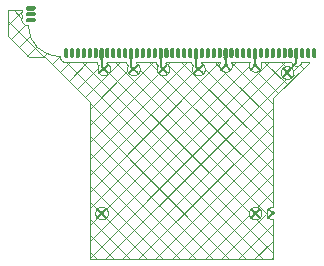
<source format=gbl>
G04 #@! TF.GenerationSoftware,KiCad,Pcbnew,(5.1.0)-1*
G04 #@! TF.CreationDate,2020-06-02T11:48:08-04:00*
G04 #@! TF.ProjectId,NewBaseVP,4e657742-6173-4655-9650-2e6b69636164,rev?*
G04 #@! TF.SameCoordinates,Original*
G04 #@! TF.FileFunction,Copper,L2,Bot*
G04 #@! TF.FilePolarity,Positive*
%FSLAX46Y46*%
G04 Gerber Fmt 4.6, Leading zero omitted, Abs format (unit mm)*
G04 Created by KiCad (PCBNEW (5.1.0)-1) date 2020-06-02 11:48:08*
%MOMM*%
%LPD*%
G04 APERTURE LIST*
%ADD10C,0.350000*%
%ADD11C,0.100000*%
%ADD12C,0.242534*%
%ADD13C,0.101600*%
%ADD14C,0.203200*%
%ADD15C,0.200000*%
G04 APERTURE END LIST*
D10*
X140000000Y-123000000D03*
X139500000Y-123000000D03*
X139000000Y-123000000D03*
X138500000Y-123000000D03*
X138000000Y-123000000D03*
X137500000Y-123000000D03*
X137000000Y-123000000D03*
X136500000Y-123000000D03*
X136000000Y-123000000D03*
X135500000Y-123000000D03*
X135000000Y-123000000D03*
X134500000Y-123000000D03*
X134000000Y-123000000D03*
X133500000Y-123000000D03*
X133000000Y-123000000D03*
X132500000Y-123000000D03*
X132000000Y-123000000D03*
X131500000Y-123000000D03*
X131000000Y-123000000D03*
X130500000Y-123000000D03*
X130000000Y-123000000D03*
X129500000Y-123000000D03*
X129000000Y-123000000D03*
X128500000Y-123000000D03*
X128000000Y-123000000D03*
X127500000Y-123000000D03*
X127000000Y-123000000D03*
X126500000Y-123000000D03*
X126000000Y-123000000D03*
X125500000Y-123000000D03*
X125000000Y-123000000D03*
X124500000Y-123000000D03*
X124000000Y-123000000D03*
X123500000Y-123000000D03*
X123000000Y-123000000D03*
X122500000Y-123000000D03*
X122000000Y-123000000D03*
X121500000Y-123000000D03*
X121000000Y-123000000D03*
X120500000Y-123000000D03*
X120000000Y-123000000D03*
X119500000Y-123000000D03*
X119000000Y-123000000D03*
X140000000Y-123500000D03*
X139500000Y-123500000D03*
X139000000Y-123500000D03*
X138500000Y-123500000D03*
X138000000Y-123500000D03*
X137500000Y-123500000D03*
X137000000Y-123500000D03*
X136500000Y-123500000D03*
X136000000Y-123500000D03*
X135500000Y-123500000D03*
X135000000Y-123500000D03*
X134500000Y-123500000D03*
X134000000Y-123500000D03*
X133500000Y-123500000D03*
X133000000Y-123500000D03*
X132500000Y-123500000D03*
X132000000Y-123500000D03*
X131500000Y-123500000D03*
X131000000Y-123500000D03*
X130500000Y-123500000D03*
X130000000Y-123500000D03*
X129500000Y-123500000D03*
X129000000Y-123500000D03*
X128500000Y-123500000D03*
X128000000Y-123500000D03*
X127500000Y-123500000D03*
X127000000Y-123500000D03*
X126500000Y-123500000D03*
X126000000Y-123500000D03*
X125500000Y-123500000D03*
X125000000Y-123500000D03*
X124500000Y-123500000D03*
X124000000Y-123500000D03*
X123500000Y-123500000D03*
X123000000Y-123500000D03*
X122500000Y-123500000D03*
X122000000Y-123500000D03*
X121500000Y-123500000D03*
X121000000Y-123500000D03*
X120500000Y-123500000D03*
X120000000Y-123500000D03*
X119500000Y-123500000D03*
X119000000Y-123500000D03*
D11*
G36*
X140017154Y-122825843D02*
G01*
X140034142Y-122828363D01*
X140050801Y-122832535D01*
X140066971Y-122838321D01*
X140082495Y-122845664D01*
X140097226Y-122854493D01*
X140111020Y-122864723D01*
X140123745Y-122876256D01*
X140135278Y-122888981D01*
X140145508Y-122902775D01*
X140154337Y-122917506D01*
X140161680Y-122933030D01*
X140167466Y-122949200D01*
X140171638Y-122965859D01*
X140174158Y-122982847D01*
X140175001Y-123000000D01*
X140175001Y-123500000D01*
X140174158Y-123517153D01*
X140171638Y-123534141D01*
X140167466Y-123550800D01*
X140161680Y-123566970D01*
X140154337Y-123582494D01*
X140145508Y-123597225D01*
X140135278Y-123611019D01*
X140123745Y-123623744D01*
X140111020Y-123635277D01*
X140097226Y-123645507D01*
X140082495Y-123654336D01*
X140066971Y-123661679D01*
X140050801Y-123667465D01*
X140034142Y-123671637D01*
X140017154Y-123674157D01*
X140000001Y-123675000D01*
X139999999Y-123675000D01*
X139982846Y-123674157D01*
X139965858Y-123671637D01*
X139949199Y-123667465D01*
X139933029Y-123661679D01*
X139917505Y-123654336D01*
X139902774Y-123645507D01*
X139888980Y-123635277D01*
X139876255Y-123623744D01*
X139864722Y-123611019D01*
X139854492Y-123597225D01*
X139845663Y-123582494D01*
X139838320Y-123566970D01*
X139832534Y-123550800D01*
X139828362Y-123534141D01*
X139825842Y-123517153D01*
X139824999Y-123500000D01*
X139824999Y-123000000D01*
X139825842Y-122982847D01*
X139828362Y-122965859D01*
X139832534Y-122949200D01*
X139838320Y-122933030D01*
X139845663Y-122917506D01*
X139854492Y-122902775D01*
X139864722Y-122888981D01*
X139876255Y-122876256D01*
X139888980Y-122864723D01*
X139902774Y-122854493D01*
X139917505Y-122845664D01*
X139933029Y-122838321D01*
X139949199Y-122832535D01*
X139965858Y-122828363D01*
X139982846Y-122825843D01*
X139999999Y-122825000D01*
X140000001Y-122825000D01*
X140017154Y-122825843D01*
X140017154Y-122825843D01*
G37*
D10*
X140000000Y-123250000D03*
D11*
G36*
X139517154Y-122825843D02*
G01*
X139534142Y-122828363D01*
X139550801Y-122832535D01*
X139566971Y-122838321D01*
X139582495Y-122845664D01*
X139597226Y-122854493D01*
X139611020Y-122864723D01*
X139623745Y-122876256D01*
X139635278Y-122888981D01*
X139645508Y-122902775D01*
X139654337Y-122917506D01*
X139661680Y-122933030D01*
X139667466Y-122949200D01*
X139671638Y-122965859D01*
X139674158Y-122982847D01*
X139675001Y-123000000D01*
X139675001Y-123500000D01*
X139674158Y-123517153D01*
X139671638Y-123534141D01*
X139667466Y-123550800D01*
X139661680Y-123566970D01*
X139654337Y-123582494D01*
X139645508Y-123597225D01*
X139635278Y-123611019D01*
X139623745Y-123623744D01*
X139611020Y-123635277D01*
X139597226Y-123645507D01*
X139582495Y-123654336D01*
X139566971Y-123661679D01*
X139550801Y-123667465D01*
X139534142Y-123671637D01*
X139517154Y-123674157D01*
X139500001Y-123675000D01*
X139499999Y-123675000D01*
X139482846Y-123674157D01*
X139465858Y-123671637D01*
X139449199Y-123667465D01*
X139433029Y-123661679D01*
X139417505Y-123654336D01*
X139402774Y-123645507D01*
X139388980Y-123635277D01*
X139376255Y-123623744D01*
X139364722Y-123611019D01*
X139354492Y-123597225D01*
X139345663Y-123582494D01*
X139338320Y-123566970D01*
X139332534Y-123550800D01*
X139328362Y-123534141D01*
X139325842Y-123517153D01*
X139324999Y-123500000D01*
X139324999Y-123000000D01*
X139325842Y-122982847D01*
X139328362Y-122965859D01*
X139332534Y-122949200D01*
X139338320Y-122933030D01*
X139345663Y-122917506D01*
X139354492Y-122902775D01*
X139364722Y-122888981D01*
X139376255Y-122876256D01*
X139388980Y-122864723D01*
X139402774Y-122854493D01*
X139417505Y-122845664D01*
X139433029Y-122838321D01*
X139449199Y-122832535D01*
X139465858Y-122828363D01*
X139482846Y-122825843D01*
X139499999Y-122825000D01*
X139500001Y-122825000D01*
X139517154Y-122825843D01*
X139517154Y-122825843D01*
G37*
D10*
X139500000Y-123250000D03*
D11*
G36*
X139017154Y-122825843D02*
G01*
X139034142Y-122828363D01*
X139050801Y-122832535D01*
X139066971Y-122838321D01*
X139082495Y-122845664D01*
X139097226Y-122854493D01*
X139111020Y-122864723D01*
X139123745Y-122876256D01*
X139135278Y-122888981D01*
X139145508Y-122902775D01*
X139154337Y-122917506D01*
X139161680Y-122933030D01*
X139167466Y-122949200D01*
X139171638Y-122965859D01*
X139174158Y-122982847D01*
X139175001Y-123000000D01*
X139175001Y-123500000D01*
X139174158Y-123517153D01*
X139171638Y-123534141D01*
X139167466Y-123550800D01*
X139161680Y-123566970D01*
X139154337Y-123582494D01*
X139145508Y-123597225D01*
X139135278Y-123611019D01*
X139123745Y-123623744D01*
X139111020Y-123635277D01*
X139097226Y-123645507D01*
X139082495Y-123654336D01*
X139066971Y-123661679D01*
X139050801Y-123667465D01*
X139034142Y-123671637D01*
X139017154Y-123674157D01*
X139000001Y-123675000D01*
X138999999Y-123675000D01*
X138982846Y-123674157D01*
X138965858Y-123671637D01*
X138949199Y-123667465D01*
X138933029Y-123661679D01*
X138917505Y-123654336D01*
X138902774Y-123645507D01*
X138888980Y-123635277D01*
X138876255Y-123623744D01*
X138864722Y-123611019D01*
X138854492Y-123597225D01*
X138845663Y-123582494D01*
X138838320Y-123566970D01*
X138832534Y-123550800D01*
X138828362Y-123534141D01*
X138825842Y-123517153D01*
X138824999Y-123500000D01*
X138824999Y-123000000D01*
X138825842Y-122982847D01*
X138828362Y-122965859D01*
X138832534Y-122949200D01*
X138838320Y-122933030D01*
X138845663Y-122917506D01*
X138854492Y-122902775D01*
X138864722Y-122888981D01*
X138876255Y-122876256D01*
X138888980Y-122864723D01*
X138902774Y-122854493D01*
X138917505Y-122845664D01*
X138933029Y-122838321D01*
X138949199Y-122832535D01*
X138965858Y-122828363D01*
X138982846Y-122825843D01*
X138999999Y-122825000D01*
X139000001Y-122825000D01*
X139017154Y-122825843D01*
X139017154Y-122825843D01*
G37*
D10*
X139000000Y-123250000D03*
D11*
G36*
X138517154Y-122825843D02*
G01*
X138534142Y-122828363D01*
X138550801Y-122832535D01*
X138566971Y-122838321D01*
X138582495Y-122845664D01*
X138597226Y-122854493D01*
X138611020Y-122864723D01*
X138623745Y-122876256D01*
X138635278Y-122888981D01*
X138645508Y-122902775D01*
X138654337Y-122917506D01*
X138661680Y-122933030D01*
X138667466Y-122949200D01*
X138671638Y-122965859D01*
X138674158Y-122982847D01*
X138675001Y-123000000D01*
X138675001Y-123500000D01*
X138674158Y-123517153D01*
X138671638Y-123534141D01*
X138667466Y-123550800D01*
X138661680Y-123566970D01*
X138654337Y-123582494D01*
X138645508Y-123597225D01*
X138635278Y-123611019D01*
X138623745Y-123623744D01*
X138611020Y-123635277D01*
X138597226Y-123645507D01*
X138582495Y-123654336D01*
X138566971Y-123661679D01*
X138550801Y-123667465D01*
X138534142Y-123671637D01*
X138517154Y-123674157D01*
X138500001Y-123675000D01*
X138499999Y-123675000D01*
X138482846Y-123674157D01*
X138465858Y-123671637D01*
X138449199Y-123667465D01*
X138433029Y-123661679D01*
X138417505Y-123654336D01*
X138402774Y-123645507D01*
X138388980Y-123635277D01*
X138376255Y-123623744D01*
X138364722Y-123611019D01*
X138354492Y-123597225D01*
X138345663Y-123582494D01*
X138338320Y-123566970D01*
X138332534Y-123550800D01*
X138328362Y-123534141D01*
X138325842Y-123517153D01*
X138324999Y-123500000D01*
X138324999Y-123000000D01*
X138325842Y-122982847D01*
X138328362Y-122965859D01*
X138332534Y-122949200D01*
X138338320Y-122933030D01*
X138345663Y-122917506D01*
X138354492Y-122902775D01*
X138364722Y-122888981D01*
X138376255Y-122876256D01*
X138388980Y-122864723D01*
X138402774Y-122854493D01*
X138417505Y-122845664D01*
X138433029Y-122838321D01*
X138449199Y-122832535D01*
X138465858Y-122828363D01*
X138482846Y-122825843D01*
X138499999Y-122825000D01*
X138500001Y-122825000D01*
X138517154Y-122825843D01*
X138517154Y-122825843D01*
G37*
D10*
X138500000Y-123250000D03*
D11*
G36*
X138017154Y-122825843D02*
G01*
X138034142Y-122828363D01*
X138050801Y-122832535D01*
X138066971Y-122838321D01*
X138082495Y-122845664D01*
X138097226Y-122854493D01*
X138111020Y-122864723D01*
X138123745Y-122876256D01*
X138135278Y-122888981D01*
X138145508Y-122902775D01*
X138154337Y-122917506D01*
X138161680Y-122933030D01*
X138167466Y-122949200D01*
X138171638Y-122965859D01*
X138174158Y-122982847D01*
X138175001Y-123000000D01*
X138175001Y-123500000D01*
X138174158Y-123517153D01*
X138171638Y-123534141D01*
X138167466Y-123550800D01*
X138161680Y-123566970D01*
X138154337Y-123582494D01*
X138145508Y-123597225D01*
X138135278Y-123611019D01*
X138123745Y-123623744D01*
X138111020Y-123635277D01*
X138097226Y-123645507D01*
X138082495Y-123654336D01*
X138066971Y-123661679D01*
X138050801Y-123667465D01*
X138034142Y-123671637D01*
X138017154Y-123674157D01*
X138000001Y-123675000D01*
X137999999Y-123675000D01*
X137982846Y-123674157D01*
X137965858Y-123671637D01*
X137949199Y-123667465D01*
X137933029Y-123661679D01*
X137917505Y-123654336D01*
X137902774Y-123645507D01*
X137888980Y-123635277D01*
X137876255Y-123623744D01*
X137864722Y-123611019D01*
X137854492Y-123597225D01*
X137845663Y-123582494D01*
X137838320Y-123566970D01*
X137832534Y-123550800D01*
X137828362Y-123534141D01*
X137825842Y-123517153D01*
X137824999Y-123500000D01*
X137824999Y-123000000D01*
X137825842Y-122982847D01*
X137828362Y-122965859D01*
X137832534Y-122949200D01*
X137838320Y-122933030D01*
X137845663Y-122917506D01*
X137854492Y-122902775D01*
X137864722Y-122888981D01*
X137876255Y-122876256D01*
X137888980Y-122864723D01*
X137902774Y-122854493D01*
X137917505Y-122845664D01*
X137933029Y-122838321D01*
X137949199Y-122832535D01*
X137965858Y-122828363D01*
X137982846Y-122825843D01*
X137999999Y-122825000D01*
X138000001Y-122825000D01*
X138017154Y-122825843D01*
X138017154Y-122825843D01*
G37*
D10*
X138000000Y-123250000D03*
D11*
G36*
X137517154Y-122825843D02*
G01*
X137534142Y-122828363D01*
X137550801Y-122832535D01*
X137566971Y-122838321D01*
X137582495Y-122845664D01*
X137597226Y-122854493D01*
X137611020Y-122864723D01*
X137623745Y-122876256D01*
X137635278Y-122888981D01*
X137645508Y-122902775D01*
X137654337Y-122917506D01*
X137661680Y-122933030D01*
X137667466Y-122949200D01*
X137671638Y-122965859D01*
X137674158Y-122982847D01*
X137675001Y-123000000D01*
X137675001Y-123500000D01*
X137674158Y-123517153D01*
X137671638Y-123534141D01*
X137667466Y-123550800D01*
X137661680Y-123566970D01*
X137654337Y-123582494D01*
X137645508Y-123597225D01*
X137635278Y-123611019D01*
X137623745Y-123623744D01*
X137611020Y-123635277D01*
X137597226Y-123645507D01*
X137582495Y-123654336D01*
X137566971Y-123661679D01*
X137550801Y-123667465D01*
X137534142Y-123671637D01*
X137517154Y-123674157D01*
X137500001Y-123675000D01*
X137499999Y-123675000D01*
X137482846Y-123674157D01*
X137465858Y-123671637D01*
X137449199Y-123667465D01*
X137433029Y-123661679D01*
X137417505Y-123654336D01*
X137402774Y-123645507D01*
X137388980Y-123635277D01*
X137376255Y-123623744D01*
X137364722Y-123611019D01*
X137354492Y-123597225D01*
X137345663Y-123582494D01*
X137338320Y-123566970D01*
X137332534Y-123550800D01*
X137328362Y-123534141D01*
X137325842Y-123517153D01*
X137324999Y-123500000D01*
X137324999Y-123000000D01*
X137325842Y-122982847D01*
X137328362Y-122965859D01*
X137332534Y-122949200D01*
X137338320Y-122933030D01*
X137345663Y-122917506D01*
X137354492Y-122902775D01*
X137364722Y-122888981D01*
X137376255Y-122876256D01*
X137388980Y-122864723D01*
X137402774Y-122854493D01*
X137417505Y-122845664D01*
X137433029Y-122838321D01*
X137449199Y-122832535D01*
X137465858Y-122828363D01*
X137482846Y-122825843D01*
X137499999Y-122825000D01*
X137500001Y-122825000D01*
X137517154Y-122825843D01*
X137517154Y-122825843D01*
G37*
D10*
X137500000Y-123250000D03*
D11*
G36*
X137017154Y-122825843D02*
G01*
X137034142Y-122828363D01*
X137050801Y-122832535D01*
X137066971Y-122838321D01*
X137082495Y-122845664D01*
X137097226Y-122854493D01*
X137111020Y-122864723D01*
X137123745Y-122876256D01*
X137135278Y-122888981D01*
X137145508Y-122902775D01*
X137154337Y-122917506D01*
X137161680Y-122933030D01*
X137167466Y-122949200D01*
X137171638Y-122965859D01*
X137174158Y-122982847D01*
X137175001Y-123000000D01*
X137175001Y-123500000D01*
X137174158Y-123517153D01*
X137171638Y-123534141D01*
X137167466Y-123550800D01*
X137161680Y-123566970D01*
X137154337Y-123582494D01*
X137145508Y-123597225D01*
X137135278Y-123611019D01*
X137123745Y-123623744D01*
X137111020Y-123635277D01*
X137097226Y-123645507D01*
X137082495Y-123654336D01*
X137066971Y-123661679D01*
X137050801Y-123667465D01*
X137034142Y-123671637D01*
X137017154Y-123674157D01*
X137000001Y-123675000D01*
X136999999Y-123675000D01*
X136982846Y-123674157D01*
X136965858Y-123671637D01*
X136949199Y-123667465D01*
X136933029Y-123661679D01*
X136917505Y-123654336D01*
X136902774Y-123645507D01*
X136888980Y-123635277D01*
X136876255Y-123623744D01*
X136864722Y-123611019D01*
X136854492Y-123597225D01*
X136845663Y-123582494D01*
X136838320Y-123566970D01*
X136832534Y-123550800D01*
X136828362Y-123534141D01*
X136825842Y-123517153D01*
X136824999Y-123500000D01*
X136824999Y-123000000D01*
X136825842Y-122982847D01*
X136828362Y-122965859D01*
X136832534Y-122949200D01*
X136838320Y-122933030D01*
X136845663Y-122917506D01*
X136854492Y-122902775D01*
X136864722Y-122888981D01*
X136876255Y-122876256D01*
X136888980Y-122864723D01*
X136902774Y-122854493D01*
X136917505Y-122845664D01*
X136933029Y-122838321D01*
X136949199Y-122832535D01*
X136965858Y-122828363D01*
X136982846Y-122825843D01*
X136999999Y-122825000D01*
X137000001Y-122825000D01*
X137017154Y-122825843D01*
X137017154Y-122825843D01*
G37*
D10*
X137000000Y-123250000D03*
D11*
G36*
X136517154Y-122825843D02*
G01*
X136534142Y-122828363D01*
X136550801Y-122832535D01*
X136566971Y-122838321D01*
X136582495Y-122845664D01*
X136597226Y-122854493D01*
X136611020Y-122864723D01*
X136623745Y-122876256D01*
X136635278Y-122888981D01*
X136645508Y-122902775D01*
X136654337Y-122917506D01*
X136661680Y-122933030D01*
X136667466Y-122949200D01*
X136671638Y-122965859D01*
X136674158Y-122982847D01*
X136675001Y-123000000D01*
X136675001Y-123500000D01*
X136674158Y-123517153D01*
X136671638Y-123534141D01*
X136667466Y-123550800D01*
X136661680Y-123566970D01*
X136654337Y-123582494D01*
X136645508Y-123597225D01*
X136635278Y-123611019D01*
X136623745Y-123623744D01*
X136611020Y-123635277D01*
X136597226Y-123645507D01*
X136582495Y-123654336D01*
X136566971Y-123661679D01*
X136550801Y-123667465D01*
X136534142Y-123671637D01*
X136517154Y-123674157D01*
X136500001Y-123675000D01*
X136499999Y-123675000D01*
X136482846Y-123674157D01*
X136465858Y-123671637D01*
X136449199Y-123667465D01*
X136433029Y-123661679D01*
X136417505Y-123654336D01*
X136402774Y-123645507D01*
X136388980Y-123635277D01*
X136376255Y-123623744D01*
X136364722Y-123611019D01*
X136354492Y-123597225D01*
X136345663Y-123582494D01*
X136338320Y-123566970D01*
X136332534Y-123550800D01*
X136328362Y-123534141D01*
X136325842Y-123517153D01*
X136324999Y-123500000D01*
X136324999Y-123000000D01*
X136325842Y-122982847D01*
X136328362Y-122965859D01*
X136332534Y-122949200D01*
X136338320Y-122933030D01*
X136345663Y-122917506D01*
X136354492Y-122902775D01*
X136364722Y-122888981D01*
X136376255Y-122876256D01*
X136388980Y-122864723D01*
X136402774Y-122854493D01*
X136417505Y-122845664D01*
X136433029Y-122838321D01*
X136449199Y-122832535D01*
X136465858Y-122828363D01*
X136482846Y-122825843D01*
X136499999Y-122825000D01*
X136500001Y-122825000D01*
X136517154Y-122825843D01*
X136517154Y-122825843D01*
G37*
D10*
X136500000Y-123250000D03*
D11*
G36*
X136017154Y-122825843D02*
G01*
X136034142Y-122828363D01*
X136050801Y-122832535D01*
X136066971Y-122838321D01*
X136082495Y-122845664D01*
X136097226Y-122854493D01*
X136111020Y-122864723D01*
X136123745Y-122876256D01*
X136135278Y-122888981D01*
X136145508Y-122902775D01*
X136154337Y-122917506D01*
X136161680Y-122933030D01*
X136167466Y-122949200D01*
X136171638Y-122965859D01*
X136174158Y-122982847D01*
X136175001Y-123000000D01*
X136175001Y-123500000D01*
X136174158Y-123517153D01*
X136171638Y-123534141D01*
X136167466Y-123550800D01*
X136161680Y-123566970D01*
X136154337Y-123582494D01*
X136145508Y-123597225D01*
X136135278Y-123611019D01*
X136123745Y-123623744D01*
X136111020Y-123635277D01*
X136097226Y-123645507D01*
X136082495Y-123654336D01*
X136066971Y-123661679D01*
X136050801Y-123667465D01*
X136034142Y-123671637D01*
X136017154Y-123674157D01*
X136000001Y-123675000D01*
X135999999Y-123675000D01*
X135982846Y-123674157D01*
X135965858Y-123671637D01*
X135949199Y-123667465D01*
X135933029Y-123661679D01*
X135917505Y-123654336D01*
X135902774Y-123645507D01*
X135888980Y-123635277D01*
X135876255Y-123623744D01*
X135864722Y-123611019D01*
X135854492Y-123597225D01*
X135845663Y-123582494D01*
X135838320Y-123566970D01*
X135832534Y-123550800D01*
X135828362Y-123534141D01*
X135825842Y-123517153D01*
X135824999Y-123500000D01*
X135824999Y-123000000D01*
X135825842Y-122982847D01*
X135828362Y-122965859D01*
X135832534Y-122949200D01*
X135838320Y-122933030D01*
X135845663Y-122917506D01*
X135854492Y-122902775D01*
X135864722Y-122888981D01*
X135876255Y-122876256D01*
X135888980Y-122864723D01*
X135902774Y-122854493D01*
X135917505Y-122845664D01*
X135933029Y-122838321D01*
X135949199Y-122832535D01*
X135965858Y-122828363D01*
X135982846Y-122825843D01*
X135999999Y-122825000D01*
X136000001Y-122825000D01*
X136017154Y-122825843D01*
X136017154Y-122825843D01*
G37*
D10*
X136000000Y-123250000D03*
D11*
G36*
X135517154Y-122825843D02*
G01*
X135534142Y-122828363D01*
X135550801Y-122832535D01*
X135566971Y-122838321D01*
X135582495Y-122845664D01*
X135597226Y-122854493D01*
X135611020Y-122864723D01*
X135623745Y-122876256D01*
X135635278Y-122888981D01*
X135645508Y-122902775D01*
X135654337Y-122917506D01*
X135661680Y-122933030D01*
X135667466Y-122949200D01*
X135671638Y-122965859D01*
X135674158Y-122982847D01*
X135675001Y-123000000D01*
X135675001Y-123500000D01*
X135674158Y-123517153D01*
X135671638Y-123534141D01*
X135667466Y-123550800D01*
X135661680Y-123566970D01*
X135654337Y-123582494D01*
X135645508Y-123597225D01*
X135635278Y-123611019D01*
X135623745Y-123623744D01*
X135611020Y-123635277D01*
X135597226Y-123645507D01*
X135582495Y-123654336D01*
X135566971Y-123661679D01*
X135550801Y-123667465D01*
X135534142Y-123671637D01*
X135517154Y-123674157D01*
X135500001Y-123675000D01*
X135499999Y-123675000D01*
X135482846Y-123674157D01*
X135465858Y-123671637D01*
X135449199Y-123667465D01*
X135433029Y-123661679D01*
X135417505Y-123654336D01*
X135402774Y-123645507D01*
X135388980Y-123635277D01*
X135376255Y-123623744D01*
X135364722Y-123611019D01*
X135354492Y-123597225D01*
X135345663Y-123582494D01*
X135338320Y-123566970D01*
X135332534Y-123550800D01*
X135328362Y-123534141D01*
X135325842Y-123517153D01*
X135324999Y-123500000D01*
X135324999Y-123000000D01*
X135325842Y-122982847D01*
X135328362Y-122965859D01*
X135332534Y-122949200D01*
X135338320Y-122933030D01*
X135345663Y-122917506D01*
X135354492Y-122902775D01*
X135364722Y-122888981D01*
X135376255Y-122876256D01*
X135388980Y-122864723D01*
X135402774Y-122854493D01*
X135417505Y-122845664D01*
X135433029Y-122838321D01*
X135449199Y-122832535D01*
X135465858Y-122828363D01*
X135482846Y-122825843D01*
X135499999Y-122825000D01*
X135500001Y-122825000D01*
X135517154Y-122825843D01*
X135517154Y-122825843D01*
G37*
D10*
X135500000Y-123250000D03*
D11*
G36*
X135017154Y-122825843D02*
G01*
X135034142Y-122828363D01*
X135050801Y-122832535D01*
X135066971Y-122838321D01*
X135082495Y-122845664D01*
X135097226Y-122854493D01*
X135111020Y-122864723D01*
X135123745Y-122876256D01*
X135135278Y-122888981D01*
X135145508Y-122902775D01*
X135154337Y-122917506D01*
X135161680Y-122933030D01*
X135167466Y-122949200D01*
X135171638Y-122965859D01*
X135174158Y-122982847D01*
X135175001Y-123000000D01*
X135175001Y-123500000D01*
X135174158Y-123517153D01*
X135171638Y-123534141D01*
X135167466Y-123550800D01*
X135161680Y-123566970D01*
X135154337Y-123582494D01*
X135145508Y-123597225D01*
X135135278Y-123611019D01*
X135123745Y-123623744D01*
X135111020Y-123635277D01*
X135097226Y-123645507D01*
X135082495Y-123654336D01*
X135066971Y-123661679D01*
X135050801Y-123667465D01*
X135034142Y-123671637D01*
X135017154Y-123674157D01*
X135000001Y-123675000D01*
X134999999Y-123675000D01*
X134982846Y-123674157D01*
X134965858Y-123671637D01*
X134949199Y-123667465D01*
X134933029Y-123661679D01*
X134917505Y-123654336D01*
X134902774Y-123645507D01*
X134888980Y-123635277D01*
X134876255Y-123623744D01*
X134864722Y-123611019D01*
X134854492Y-123597225D01*
X134845663Y-123582494D01*
X134838320Y-123566970D01*
X134832534Y-123550800D01*
X134828362Y-123534141D01*
X134825842Y-123517153D01*
X134824999Y-123500000D01*
X134824999Y-123000000D01*
X134825842Y-122982847D01*
X134828362Y-122965859D01*
X134832534Y-122949200D01*
X134838320Y-122933030D01*
X134845663Y-122917506D01*
X134854492Y-122902775D01*
X134864722Y-122888981D01*
X134876255Y-122876256D01*
X134888980Y-122864723D01*
X134902774Y-122854493D01*
X134917505Y-122845664D01*
X134933029Y-122838321D01*
X134949199Y-122832535D01*
X134965858Y-122828363D01*
X134982846Y-122825843D01*
X134999999Y-122825000D01*
X135000001Y-122825000D01*
X135017154Y-122825843D01*
X135017154Y-122825843D01*
G37*
D10*
X135000000Y-123250000D03*
D11*
G36*
X134517154Y-122825843D02*
G01*
X134534142Y-122828363D01*
X134550801Y-122832535D01*
X134566971Y-122838321D01*
X134582495Y-122845664D01*
X134597226Y-122854493D01*
X134611020Y-122864723D01*
X134623745Y-122876256D01*
X134635278Y-122888981D01*
X134645508Y-122902775D01*
X134654337Y-122917506D01*
X134661680Y-122933030D01*
X134667466Y-122949200D01*
X134671638Y-122965859D01*
X134674158Y-122982847D01*
X134675001Y-123000000D01*
X134675001Y-123500000D01*
X134674158Y-123517153D01*
X134671638Y-123534141D01*
X134667466Y-123550800D01*
X134661680Y-123566970D01*
X134654337Y-123582494D01*
X134645508Y-123597225D01*
X134635278Y-123611019D01*
X134623745Y-123623744D01*
X134611020Y-123635277D01*
X134597226Y-123645507D01*
X134582495Y-123654336D01*
X134566971Y-123661679D01*
X134550801Y-123667465D01*
X134534142Y-123671637D01*
X134517154Y-123674157D01*
X134500001Y-123675000D01*
X134499999Y-123675000D01*
X134482846Y-123674157D01*
X134465858Y-123671637D01*
X134449199Y-123667465D01*
X134433029Y-123661679D01*
X134417505Y-123654336D01*
X134402774Y-123645507D01*
X134388980Y-123635277D01*
X134376255Y-123623744D01*
X134364722Y-123611019D01*
X134354492Y-123597225D01*
X134345663Y-123582494D01*
X134338320Y-123566970D01*
X134332534Y-123550800D01*
X134328362Y-123534141D01*
X134325842Y-123517153D01*
X134324999Y-123500000D01*
X134324999Y-123000000D01*
X134325842Y-122982847D01*
X134328362Y-122965859D01*
X134332534Y-122949200D01*
X134338320Y-122933030D01*
X134345663Y-122917506D01*
X134354492Y-122902775D01*
X134364722Y-122888981D01*
X134376255Y-122876256D01*
X134388980Y-122864723D01*
X134402774Y-122854493D01*
X134417505Y-122845664D01*
X134433029Y-122838321D01*
X134449199Y-122832535D01*
X134465858Y-122828363D01*
X134482846Y-122825843D01*
X134499999Y-122825000D01*
X134500001Y-122825000D01*
X134517154Y-122825843D01*
X134517154Y-122825843D01*
G37*
D10*
X134500000Y-123250000D03*
D11*
G36*
X134017154Y-122825843D02*
G01*
X134034142Y-122828363D01*
X134050801Y-122832535D01*
X134066971Y-122838321D01*
X134082495Y-122845664D01*
X134097226Y-122854493D01*
X134111020Y-122864723D01*
X134123745Y-122876256D01*
X134135278Y-122888981D01*
X134145508Y-122902775D01*
X134154337Y-122917506D01*
X134161680Y-122933030D01*
X134167466Y-122949200D01*
X134171638Y-122965859D01*
X134174158Y-122982847D01*
X134175001Y-123000000D01*
X134175001Y-123500000D01*
X134174158Y-123517153D01*
X134171638Y-123534141D01*
X134167466Y-123550800D01*
X134161680Y-123566970D01*
X134154337Y-123582494D01*
X134145508Y-123597225D01*
X134135278Y-123611019D01*
X134123745Y-123623744D01*
X134111020Y-123635277D01*
X134097226Y-123645507D01*
X134082495Y-123654336D01*
X134066971Y-123661679D01*
X134050801Y-123667465D01*
X134034142Y-123671637D01*
X134017154Y-123674157D01*
X134000001Y-123675000D01*
X133999999Y-123675000D01*
X133982846Y-123674157D01*
X133965858Y-123671637D01*
X133949199Y-123667465D01*
X133933029Y-123661679D01*
X133917505Y-123654336D01*
X133902774Y-123645507D01*
X133888980Y-123635277D01*
X133876255Y-123623744D01*
X133864722Y-123611019D01*
X133854492Y-123597225D01*
X133845663Y-123582494D01*
X133838320Y-123566970D01*
X133832534Y-123550800D01*
X133828362Y-123534141D01*
X133825842Y-123517153D01*
X133824999Y-123500000D01*
X133824999Y-123000000D01*
X133825842Y-122982847D01*
X133828362Y-122965859D01*
X133832534Y-122949200D01*
X133838320Y-122933030D01*
X133845663Y-122917506D01*
X133854492Y-122902775D01*
X133864722Y-122888981D01*
X133876255Y-122876256D01*
X133888980Y-122864723D01*
X133902774Y-122854493D01*
X133917505Y-122845664D01*
X133933029Y-122838321D01*
X133949199Y-122832535D01*
X133965858Y-122828363D01*
X133982846Y-122825843D01*
X133999999Y-122825000D01*
X134000001Y-122825000D01*
X134017154Y-122825843D01*
X134017154Y-122825843D01*
G37*
D10*
X134000000Y-123250000D03*
D11*
G36*
X133517154Y-122825843D02*
G01*
X133534142Y-122828363D01*
X133550801Y-122832535D01*
X133566971Y-122838321D01*
X133582495Y-122845664D01*
X133597226Y-122854493D01*
X133611020Y-122864723D01*
X133623745Y-122876256D01*
X133635278Y-122888981D01*
X133645508Y-122902775D01*
X133654337Y-122917506D01*
X133661680Y-122933030D01*
X133667466Y-122949200D01*
X133671638Y-122965859D01*
X133674158Y-122982847D01*
X133675001Y-123000000D01*
X133675001Y-123500000D01*
X133674158Y-123517153D01*
X133671638Y-123534141D01*
X133667466Y-123550800D01*
X133661680Y-123566970D01*
X133654337Y-123582494D01*
X133645508Y-123597225D01*
X133635278Y-123611019D01*
X133623745Y-123623744D01*
X133611020Y-123635277D01*
X133597226Y-123645507D01*
X133582495Y-123654336D01*
X133566971Y-123661679D01*
X133550801Y-123667465D01*
X133534142Y-123671637D01*
X133517154Y-123674157D01*
X133500001Y-123675000D01*
X133499999Y-123675000D01*
X133482846Y-123674157D01*
X133465858Y-123671637D01*
X133449199Y-123667465D01*
X133433029Y-123661679D01*
X133417505Y-123654336D01*
X133402774Y-123645507D01*
X133388980Y-123635277D01*
X133376255Y-123623744D01*
X133364722Y-123611019D01*
X133354492Y-123597225D01*
X133345663Y-123582494D01*
X133338320Y-123566970D01*
X133332534Y-123550800D01*
X133328362Y-123534141D01*
X133325842Y-123517153D01*
X133324999Y-123500000D01*
X133324999Y-123000000D01*
X133325842Y-122982847D01*
X133328362Y-122965859D01*
X133332534Y-122949200D01*
X133338320Y-122933030D01*
X133345663Y-122917506D01*
X133354492Y-122902775D01*
X133364722Y-122888981D01*
X133376255Y-122876256D01*
X133388980Y-122864723D01*
X133402774Y-122854493D01*
X133417505Y-122845664D01*
X133433029Y-122838321D01*
X133449199Y-122832535D01*
X133465858Y-122828363D01*
X133482846Y-122825843D01*
X133499999Y-122825000D01*
X133500001Y-122825000D01*
X133517154Y-122825843D01*
X133517154Y-122825843D01*
G37*
D10*
X133500000Y-123250000D03*
D11*
G36*
X133017154Y-122825843D02*
G01*
X133034142Y-122828363D01*
X133050801Y-122832535D01*
X133066971Y-122838321D01*
X133082495Y-122845664D01*
X133097226Y-122854493D01*
X133111020Y-122864723D01*
X133123745Y-122876256D01*
X133135278Y-122888981D01*
X133145508Y-122902775D01*
X133154337Y-122917506D01*
X133161680Y-122933030D01*
X133167466Y-122949200D01*
X133171638Y-122965859D01*
X133174158Y-122982847D01*
X133175001Y-123000000D01*
X133175001Y-123500000D01*
X133174158Y-123517153D01*
X133171638Y-123534141D01*
X133167466Y-123550800D01*
X133161680Y-123566970D01*
X133154337Y-123582494D01*
X133145508Y-123597225D01*
X133135278Y-123611019D01*
X133123745Y-123623744D01*
X133111020Y-123635277D01*
X133097226Y-123645507D01*
X133082495Y-123654336D01*
X133066971Y-123661679D01*
X133050801Y-123667465D01*
X133034142Y-123671637D01*
X133017154Y-123674157D01*
X133000001Y-123675000D01*
X132999999Y-123675000D01*
X132982846Y-123674157D01*
X132965858Y-123671637D01*
X132949199Y-123667465D01*
X132933029Y-123661679D01*
X132917505Y-123654336D01*
X132902774Y-123645507D01*
X132888980Y-123635277D01*
X132876255Y-123623744D01*
X132864722Y-123611019D01*
X132854492Y-123597225D01*
X132845663Y-123582494D01*
X132838320Y-123566970D01*
X132832534Y-123550800D01*
X132828362Y-123534141D01*
X132825842Y-123517153D01*
X132824999Y-123500000D01*
X132824999Y-123000000D01*
X132825842Y-122982847D01*
X132828362Y-122965859D01*
X132832534Y-122949200D01*
X132838320Y-122933030D01*
X132845663Y-122917506D01*
X132854492Y-122902775D01*
X132864722Y-122888981D01*
X132876255Y-122876256D01*
X132888980Y-122864723D01*
X132902774Y-122854493D01*
X132917505Y-122845664D01*
X132933029Y-122838321D01*
X132949199Y-122832535D01*
X132965858Y-122828363D01*
X132982846Y-122825843D01*
X132999999Y-122825000D01*
X133000001Y-122825000D01*
X133017154Y-122825843D01*
X133017154Y-122825843D01*
G37*
D10*
X133000000Y-123250000D03*
D11*
G36*
X132517154Y-122825843D02*
G01*
X132534142Y-122828363D01*
X132550801Y-122832535D01*
X132566971Y-122838321D01*
X132582495Y-122845664D01*
X132597226Y-122854493D01*
X132611020Y-122864723D01*
X132623745Y-122876256D01*
X132635278Y-122888981D01*
X132645508Y-122902775D01*
X132654337Y-122917506D01*
X132661680Y-122933030D01*
X132667466Y-122949200D01*
X132671638Y-122965859D01*
X132674158Y-122982847D01*
X132675001Y-123000000D01*
X132675001Y-123500000D01*
X132674158Y-123517153D01*
X132671638Y-123534141D01*
X132667466Y-123550800D01*
X132661680Y-123566970D01*
X132654337Y-123582494D01*
X132645508Y-123597225D01*
X132635278Y-123611019D01*
X132623745Y-123623744D01*
X132611020Y-123635277D01*
X132597226Y-123645507D01*
X132582495Y-123654336D01*
X132566971Y-123661679D01*
X132550801Y-123667465D01*
X132534142Y-123671637D01*
X132517154Y-123674157D01*
X132500001Y-123675000D01*
X132499999Y-123675000D01*
X132482846Y-123674157D01*
X132465858Y-123671637D01*
X132449199Y-123667465D01*
X132433029Y-123661679D01*
X132417505Y-123654336D01*
X132402774Y-123645507D01*
X132388980Y-123635277D01*
X132376255Y-123623744D01*
X132364722Y-123611019D01*
X132354492Y-123597225D01*
X132345663Y-123582494D01*
X132338320Y-123566970D01*
X132332534Y-123550800D01*
X132328362Y-123534141D01*
X132325842Y-123517153D01*
X132324999Y-123500000D01*
X132324999Y-123000000D01*
X132325842Y-122982847D01*
X132328362Y-122965859D01*
X132332534Y-122949200D01*
X132338320Y-122933030D01*
X132345663Y-122917506D01*
X132354492Y-122902775D01*
X132364722Y-122888981D01*
X132376255Y-122876256D01*
X132388980Y-122864723D01*
X132402774Y-122854493D01*
X132417505Y-122845664D01*
X132433029Y-122838321D01*
X132449199Y-122832535D01*
X132465858Y-122828363D01*
X132482846Y-122825843D01*
X132499999Y-122825000D01*
X132500001Y-122825000D01*
X132517154Y-122825843D01*
X132517154Y-122825843D01*
G37*
D10*
X132500000Y-123250000D03*
D11*
G36*
X132017154Y-122825843D02*
G01*
X132034142Y-122828363D01*
X132050801Y-122832535D01*
X132066971Y-122838321D01*
X132082495Y-122845664D01*
X132097226Y-122854493D01*
X132111020Y-122864723D01*
X132123745Y-122876256D01*
X132135278Y-122888981D01*
X132145508Y-122902775D01*
X132154337Y-122917506D01*
X132161680Y-122933030D01*
X132167466Y-122949200D01*
X132171638Y-122965859D01*
X132174158Y-122982847D01*
X132175001Y-123000000D01*
X132175001Y-123500000D01*
X132174158Y-123517153D01*
X132171638Y-123534141D01*
X132167466Y-123550800D01*
X132161680Y-123566970D01*
X132154337Y-123582494D01*
X132145508Y-123597225D01*
X132135278Y-123611019D01*
X132123745Y-123623744D01*
X132111020Y-123635277D01*
X132097226Y-123645507D01*
X132082495Y-123654336D01*
X132066971Y-123661679D01*
X132050801Y-123667465D01*
X132034142Y-123671637D01*
X132017154Y-123674157D01*
X132000001Y-123675000D01*
X131999999Y-123675000D01*
X131982846Y-123674157D01*
X131965858Y-123671637D01*
X131949199Y-123667465D01*
X131933029Y-123661679D01*
X131917505Y-123654336D01*
X131902774Y-123645507D01*
X131888980Y-123635277D01*
X131876255Y-123623744D01*
X131864722Y-123611019D01*
X131854492Y-123597225D01*
X131845663Y-123582494D01*
X131838320Y-123566970D01*
X131832534Y-123550800D01*
X131828362Y-123534141D01*
X131825842Y-123517153D01*
X131824999Y-123500000D01*
X131824999Y-123000000D01*
X131825842Y-122982847D01*
X131828362Y-122965859D01*
X131832534Y-122949200D01*
X131838320Y-122933030D01*
X131845663Y-122917506D01*
X131854492Y-122902775D01*
X131864722Y-122888981D01*
X131876255Y-122876256D01*
X131888980Y-122864723D01*
X131902774Y-122854493D01*
X131917505Y-122845664D01*
X131933029Y-122838321D01*
X131949199Y-122832535D01*
X131965858Y-122828363D01*
X131982846Y-122825843D01*
X131999999Y-122825000D01*
X132000001Y-122825000D01*
X132017154Y-122825843D01*
X132017154Y-122825843D01*
G37*
D10*
X132000000Y-123250000D03*
D11*
G36*
X131517154Y-122825843D02*
G01*
X131534142Y-122828363D01*
X131550801Y-122832535D01*
X131566971Y-122838321D01*
X131582495Y-122845664D01*
X131597226Y-122854493D01*
X131611020Y-122864723D01*
X131623745Y-122876256D01*
X131635278Y-122888981D01*
X131645508Y-122902775D01*
X131654337Y-122917506D01*
X131661680Y-122933030D01*
X131667466Y-122949200D01*
X131671638Y-122965859D01*
X131674158Y-122982847D01*
X131675001Y-123000000D01*
X131675001Y-123500000D01*
X131674158Y-123517153D01*
X131671638Y-123534141D01*
X131667466Y-123550800D01*
X131661680Y-123566970D01*
X131654337Y-123582494D01*
X131645508Y-123597225D01*
X131635278Y-123611019D01*
X131623745Y-123623744D01*
X131611020Y-123635277D01*
X131597226Y-123645507D01*
X131582495Y-123654336D01*
X131566971Y-123661679D01*
X131550801Y-123667465D01*
X131534142Y-123671637D01*
X131517154Y-123674157D01*
X131500001Y-123675000D01*
X131499999Y-123675000D01*
X131482846Y-123674157D01*
X131465858Y-123671637D01*
X131449199Y-123667465D01*
X131433029Y-123661679D01*
X131417505Y-123654336D01*
X131402774Y-123645507D01*
X131388980Y-123635277D01*
X131376255Y-123623744D01*
X131364722Y-123611019D01*
X131354492Y-123597225D01*
X131345663Y-123582494D01*
X131338320Y-123566970D01*
X131332534Y-123550800D01*
X131328362Y-123534141D01*
X131325842Y-123517153D01*
X131324999Y-123500000D01*
X131324999Y-123000000D01*
X131325842Y-122982847D01*
X131328362Y-122965859D01*
X131332534Y-122949200D01*
X131338320Y-122933030D01*
X131345663Y-122917506D01*
X131354492Y-122902775D01*
X131364722Y-122888981D01*
X131376255Y-122876256D01*
X131388980Y-122864723D01*
X131402774Y-122854493D01*
X131417505Y-122845664D01*
X131433029Y-122838321D01*
X131449199Y-122832535D01*
X131465858Y-122828363D01*
X131482846Y-122825843D01*
X131499999Y-122825000D01*
X131500001Y-122825000D01*
X131517154Y-122825843D01*
X131517154Y-122825843D01*
G37*
D10*
X131500000Y-123250000D03*
D11*
G36*
X131017154Y-122825843D02*
G01*
X131034142Y-122828363D01*
X131050801Y-122832535D01*
X131066971Y-122838321D01*
X131082495Y-122845664D01*
X131097226Y-122854493D01*
X131111020Y-122864723D01*
X131123745Y-122876256D01*
X131135278Y-122888981D01*
X131145508Y-122902775D01*
X131154337Y-122917506D01*
X131161680Y-122933030D01*
X131167466Y-122949200D01*
X131171638Y-122965859D01*
X131174158Y-122982847D01*
X131175001Y-123000000D01*
X131175001Y-123500000D01*
X131174158Y-123517153D01*
X131171638Y-123534141D01*
X131167466Y-123550800D01*
X131161680Y-123566970D01*
X131154337Y-123582494D01*
X131145508Y-123597225D01*
X131135278Y-123611019D01*
X131123745Y-123623744D01*
X131111020Y-123635277D01*
X131097226Y-123645507D01*
X131082495Y-123654336D01*
X131066971Y-123661679D01*
X131050801Y-123667465D01*
X131034142Y-123671637D01*
X131017154Y-123674157D01*
X131000001Y-123675000D01*
X130999999Y-123675000D01*
X130982846Y-123674157D01*
X130965858Y-123671637D01*
X130949199Y-123667465D01*
X130933029Y-123661679D01*
X130917505Y-123654336D01*
X130902774Y-123645507D01*
X130888980Y-123635277D01*
X130876255Y-123623744D01*
X130864722Y-123611019D01*
X130854492Y-123597225D01*
X130845663Y-123582494D01*
X130838320Y-123566970D01*
X130832534Y-123550800D01*
X130828362Y-123534141D01*
X130825842Y-123517153D01*
X130824999Y-123500000D01*
X130824999Y-123000000D01*
X130825842Y-122982847D01*
X130828362Y-122965859D01*
X130832534Y-122949200D01*
X130838320Y-122933030D01*
X130845663Y-122917506D01*
X130854492Y-122902775D01*
X130864722Y-122888981D01*
X130876255Y-122876256D01*
X130888980Y-122864723D01*
X130902774Y-122854493D01*
X130917505Y-122845664D01*
X130933029Y-122838321D01*
X130949199Y-122832535D01*
X130965858Y-122828363D01*
X130982846Y-122825843D01*
X130999999Y-122825000D01*
X131000001Y-122825000D01*
X131017154Y-122825843D01*
X131017154Y-122825843D01*
G37*
D10*
X131000000Y-123250000D03*
D11*
G36*
X130517154Y-122825843D02*
G01*
X130534142Y-122828363D01*
X130550801Y-122832535D01*
X130566971Y-122838321D01*
X130582495Y-122845664D01*
X130597226Y-122854493D01*
X130611020Y-122864723D01*
X130623745Y-122876256D01*
X130635278Y-122888981D01*
X130645508Y-122902775D01*
X130654337Y-122917506D01*
X130661680Y-122933030D01*
X130667466Y-122949200D01*
X130671638Y-122965859D01*
X130674158Y-122982847D01*
X130675001Y-123000000D01*
X130675001Y-123500000D01*
X130674158Y-123517153D01*
X130671638Y-123534141D01*
X130667466Y-123550800D01*
X130661680Y-123566970D01*
X130654337Y-123582494D01*
X130645508Y-123597225D01*
X130635278Y-123611019D01*
X130623745Y-123623744D01*
X130611020Y-123635277D01*
X130597226Y-123645507D01*
X130582495Y-123654336D01*
X130566971Y-123661679D01*
X130550801Y-123667465D01*
X130534142Y-123671637D01*
X130517154Y-123674157D01*
X130500001Y-123675000D01*
X130499999Y-123675000D01*
X130482846Y-123674157D01*
X130465858Y-123671637D01*
X130449199Y-123667465D01*
X130433029Y-123661679D01*
X130417505Y-123654336D01*
X130402774Y-123645507D01*
X130388980Y-123635277D01*
X130376255Y-123623744D01*
X130364722Y-123611019D01*
X130354492Y-123597225D01*
X130345663Y-123582494D01*
X130338320Y-123566970D01*
X130332534Y-123550800D01*
X130328362Y-123534141D01*
X130325842Y-123517153D01*
X130324999Y-123500000D01*
X130324999Y-123000000D01*
X130325842Y-122982847D01*
X130328362Y-122965859D01*
X130332534Y-122949200D01*
X130338320Y-122933030D01*
X130345663Y-122917506D01*
X130354492Y-122902775D01*
X130364722Y-122888981D01*
X130376255Y-122876256D01*
X130388980Y-122864723D01*
X130402774Y-122854493D01*
X130417505Y-122845664D01*
X130433029Y-122838321D01*
X130449199Y-122832535D01*
X130465858Y-122828363D01*
X130482846Y-122825843D01*
X130499999Y-122825000D01*
X130500001Y-122825000D01*
X130517154Y-122825843D01*
X130517154Y-122825843D01*
G37*
D10*
X130500000Y-123250000D03*
D11*
G36*
X130017154Y-122825843D02*
G01*
X130034142Y-122828363D01*
X130050801Y-122832535D01*
X130066971Y-122838321D01*
X130082495Y-122845664D01*
X130097226Y-122854493D01*
X130111020Y-122864723D01*
X130123745Y-122876256D01*
X130135278Y-122888981D01*
X130145508Y-122902775D01*
X130154337Y-122917506D01*
X130161680Y-122933030D01*
X130167466Y-122949200D01*
X130171638Y-122965859D01*
X130174158Y-122982847D01*
X130175001Y-123000000D01*
X130175001Y-123500000D01*
X130174158Y-123517153D01*
X130171638Y-123534141D01*
X130167466Y-123550800D01*
X130161680Y-123566970D01*
X130154337Y-123582494D01*
X130145508Y-123597225D01*
X130135278Y-123611019D01*
X130123745Y-123623744D01*
X130111020Y-123635277D01*
X130097226Y-123645507D01*
X130082495Y-123654336D01*
X130066971Y-123661679D01*
X130050801Y-123667465D01*
X130034142Y-123671637D01*
X130017154Y-123674157D01*
X130000001Y-123675000D01*
X129999999Y-123675000D01*
X129982846Y-123674157D01*
X129965858Y-123671637D01*
X129949199Y-123667465D01*
X129933029Y-123661679D01*
X129917505Y-123654336D01*
X129902774Y-123645507D01*
X129888980Y-123635277D01*
X129876255Y-123623744D01*
X129864722Y-123611019D01*
X129854492Y-123597225D01*
X129845663Y-123582494D01*
X129838320Y-123566970D01*
X129832534Y-123550800D01*
X129828362Y-123534141D01*
X129825842Y-123517153D01*
X129824999Y-123500000D01*
X129824999Y-123000000D01*
X129825842Y-122982847D01*
X129828362Y-122965859D01*
X129832534Y-122949200D01*
X129838320Y-122933030D01*
X129845663Y-122917506D01*
X129854492Y-122902775D01*
X129864722Y-122888981D01*
X129876255Y-122876256D01*
X129888980Y-122864723D01*
X129902774Y-122854493D01*
X129917505Y-122845664D01*
X129933029Y-122838321D01*
X129949199Y-122832535D01*
X129965858Y-122828363D01*
X129982846Y-122825843D01*
X129999999Y-122825000D01*
X130000001Y-122825000D01*
X130017154Y-122825843D01*
X130017154Y-122825843D01*
G37*
D10*
X130000000Y-123250000D03*
D11*
G36*
X129517154Y-122825843D02*
G01*
X129534142Y-122828363D01*
X129550801Y-122832535D01*
X129566971Y-122838321D01*
X129582495Y-122845664D01*
X129597226Y-122854493D01*
X129611020Y-122864723D01*
X129623745Y-122876256D01*
X129635278Y-122888981D01*
X129645508Y-122902775D01*
X129654337Y-122917506D01*
X129661680Y-122933030D01*
X129667466Y-122949200D01*
X129671638Y-122965859D01*
X129674158Y-122982847D01*
X129675001Y-123000000D01*
X129675001Y-123500000D01*
X129674158Y-123517153D01*
X129671638Y-123534141D01*
X129667466Y-123550800D01*
X129661680Y-123566970D01*
X129654337Y-123582494D01*
X129645508Y-123597225D01*
X129635278Y-123611019D01*
X129623745Y-123623744D01*
X129611020Y-123635277D01*
X129597226Y-123645507D01*
X129582495Y-123654336D01*
X129566971Y-123661679D01*
X129550801Y-123667465D01*
X129534142Y-123671637D01*
X129517154Y-123674157D01*
X129500001Y-123675000D01*
X129499999Y-123675000D01*
X129482846Y-123674157D01*
X129465858Y-123671637D01*
X129449199Y-123667465D01*
X129433029Y-123661679D01*
X129417505Y-123654336D01*
X129402774Y-123645507D01*
X129388980Y-123635277D01*
X129376255Y-123623744D01*
X129364722Y-123611019D01*
X129354492Y-123597225D01*
X129345663Y-123582494D01*
X129338320Y-123566970D01*
X129332534Y-123550800D01*
X129328362Y-123534141D01*
X129325842Y-123517153D01*
X129324999Y-123500000D01*
X129324999Y-123000000D01*
X129325842Y-122982847D01*
X129328362Y-122965859D01*
X129332534Y-122949200D01*
X129338320Y-122933030D01*
X129345663Y-122917506D01*
X129354492Y-122902775D01*
X129364722Y-122888981D01*
X129376255Y-122876256D01*
X129388980Y-122864723D01*
X129402774Y-122854493D01*
X129417505Y-122845664D01*
X129433029Y-122838321D01*
X129449199Y-122832535D01*
X129465858Y-122828363D01*
X129482846Y-122825843D01*
X129499999Y-122825000D01*
X129500001Y-122825000D01*
X129517154Y-122825843D01*
X129517154Y-122825843D01*
G37*
D10*
X129500000Y-123250000D03*
D11*
G36*
X129017154Y-122825843D02*
G01*
X129034142Y-122828363D01*
X129050801Y-122832535D01*
X129066971Y-122838321D01*
X129082495Y-122845664D01*
X129097226Y-122854493D01*
X129111020Y-122864723D01*
X129123745Y-122876256D01*
X129135278Y-122888981D01*
X129145508Y-122902775D01*
X129154337Y-122917506D01*
X129161680Y-122933030D01*
X129167466Y-122949200D01*
X129171638Y-122965859D01*
X129174158Y-122982847D01*
X129175001Y-123000000D01*
X129175001Y-123500000D01*
X129174158Y-123517153D01*
X129171638Y-123534141D01*
X129167466Y-123550800D01*
X129161680Y-123566970D01*
X129154337Y-123582494D01*
X129145508Y-123597225D01*
X129135278Y-123611019D01*
X129123745Y-123623744D01*
X129111020Y-123635277D01*
X129097226Y-123645507D01*
X129082495Y-123654336D01*
X129066971Y-123661679D01*
X129050801Y-123667465D01*
X129034142Y-123671637D01*
X129017154Y-123674157D01*
X129000001Y-123675000D01*
X128999999Y-123675000D01*
X128982846Y-123674157D01*
X128965858Y-123671637D01*
X128949199Y-123667465D01*
X128933029Y-123661679D01*
X128917505Y-123654336D01*
X128902774Y-123645507D01*
X128888980Y-123635277D01*
X128876255Y-123623744D01*
X128864722Y-123611019D01*
X128854492Y-123597225D01*
X128845663Y-123582494D01*
X128838320Y-123566970D01*
X128832534Y-123550800D01*
X128828362Y-123534141D01*
X128825842Y-123517153D01*
X128824999Y-123500000D01*
X128824999Y-123000000D01*
X128825842Y-122982847D01*
X128828362Y-122965859D01*
X128832534Y-122949200D01*
X128838320Y-122933030D01*
X128845663Y-122917506D01*
X128854492Y-122902775D01*
X128864722Y-122888981D01*
X128876255Y-122876256D01*
X128888980Y-122864723D01*
X128902774Y-122854493D01*
X128917505Y-122845664D01*
X128933029Y-122838321D01*
X128949199Y-122832535D01*
X128965858Y-122828363D01*
X128982846Y-122825843D01*
X128999999Y-122825000D01*
X129000001Y-122825000D01*
X129017154Y-122825843D01*
X129017154Y-122825843D01*
G37*
D10*
X129000000Y-123250000D03*
D11*
G36*
X128517154Y-122825843D02*
G01*
X128534142Y-122828363D01*
X128550801Y-122832535D01*
X128566971Y-122838321D01*
X128582495Y-122845664D01*
X128597226Y-122854493D01*
X128611020Y-122864723D01*
X128623745Y-122876256D01*
X128635278Y-122888981D01*
X128645508Y-122902775D01*
X128654337Y-122917506D01*
X128661680Y-122933030D01*
X128667466Y-122949200D01*
X128671638Y-122965859D01*
X128674158Y-122982847D01*
X128675001Y-123000000D01*
X128675001Y-123500000D01*
X128674158Y-123517153D01*
X128671638Y-123534141D01*
X128667466Y-123550800D01*
X128661680Y-123566970D01*
X128654337Y-123582494D01*
X128645508Y-123597225D01*
X128635278Y-123611019D01*
X128623745Y-123623744D01*
X128611020Y-123635277D01*
X128597226Y-123645507D01*
X128582495Y-123654336D01*
X128566971Y-123661679D01*
X128550801Y-123667465D01*
X128534142Y-123671637D01*
X128517154Y-123674157D01*
X128500001Y-123675000D01*
X128499999Y-123675000D01*
X128482846Y-123674157D01*
X128465858Y-123671637D01*
X128449199Y-123667465D01*
X128433029Y-123661679D01*
X128417505Y-123654336D01*
X128402774Y-123645507D01*
X128388980Y-123635277D01*
X128376255Y-123623744D01*
X128364722Y-123611019D01*
X128354492Y-123597225D01*
X128345663Y-123582494D01*
X128338320Y-123566970D01*
X128332534Y-123550800D01*
X128328362Y-123534141D01*
X128325842Y-123517153D01*
X128324999Y-123500000D01*
X128324999Y-123000000D01*
X128325842Y-122982847D01*
X128328362Y-122965859D01*
X128332534Y-122949200D01*
X128338320Y-122933030D01*
X128345663Y-122917506D01*
X128354492Y-122902775D01*
X128364722Y-122888981D01*
X128376255Y-122876256D01*
X128388980Y-122864723D01*
X128402774Y-122854493D01*
X128417505Y-122845664D01*
X128433029Y-122838321D01*
X128449199Y-122832535D01*
X128465858Y-122828363D01*
X128482846Y-122825843D01*
X128499999Y-122825000D01*
X128500001Y-122825000D01*
X128517154Y-122825843D01*
X128517154Y-122825843D01*
G37*
D10*
X128500000Y-123250000D03*
D11*
G36*
X128017154Y-122825843D02*
G01*
X128034142Y-122828363D01*
X128050801Y-122832535D01*
X128066971Y-122838321D01*
X128082495Y-122845664D01*
X128097226Y-122854493D01*
X128111020Y-122864723D01*
X128123745Y-122876256D01*
X128135278Y-122888981D01*
X128145508Y-122902775D01*
X128154337Y-122917506D01*
X128161680Y-122933030D01*
X128167466Y-122949200D01*
X128171638Y-122965859D01*
X128174158Y-122982847D01*
X128175001Y-123000000D01*
X128175001Y-123500000D01*
X128174158Y-123517153D01*
X128171638Y-123534141D01*
X128167466Y-123550800D01*
X128161680Y-123566970D01*
X128154337Y-123582494D01*
X128145508Y-123597225D01*
X128135278Y-123611019D01*
X128123745Y-123623744D01*
X128111020Y-123635277D01*
X128097226Y-123645507D01*
X128082495Y-123654336D01*
X128066971Y-123661679D01*
X128050801Y-123667465D01*
X128034142Y-123671637D01*
X128017154Y-123674157D01*
X128000001Y-123675000D01*
X127999999Y-123675000D01*
X127982846Y-123674157D01*
X127965858Y-123671637D01*
X127949199Y-123667465D01*
X127933029Y-123661679D01*
X127917505Y-123654336D01*
X127902774Y-123645507D01*
X127888980Y-123635277D01*
X127876255Y-123623744D01*
X127864722Y-123611019D01*
X127854492Y-123597225D01*
X127845663Y-123582494D01*
X127838320Y-123566970D01*
X127832534Y-123550800D01*
X127828362Y-123534141D01*
X127825842Y-123517153D01*
X127824999Y-123500000D01*
X127824999Y-123000000D01*
X127825842Y-122982847D01*
X127828362Y-122965859D01*
X127832534Y-122949200D01*
X127838320Y-122933030D01*
X127845663Y-122917506D01*
X127854492Y-122902775D01*
X127864722Y-122888981D01*
X127876255Y-122876256D01*
X127888980Y-122864723D01*
X127902774Y-122854493D01*
X127917505Y-122845664D01*
X127933029Y-122838321D01*
X127949199Y-122832535D01*
X127965858Y-122828363D01*
X127982846Y-122825843D01*
X127999999Y-122825000D01*
X128000001Y-122825000D01*
X128017154Y-122825843D01*
X128017154Y-122825843D01*
G37*
D10*
X128000000Y-123250000D03*
D11*
G36*
X127517154Y-122825843D02*
G01*
X127534142Y-122828363D01*
X127550801Y-122832535D01*
X127566971Y-122838321D01*
X127582495Y-122845664D01*
X127597226Y-122854493D01*
X127611020Y-122864723D01*
X127623745Y-122876256D01*
X127635278Y-122888981D01*
X127645508Y-122902775D01*
X127654337Y-122917506D01*
X127661680Y-122933030D01*
X127667466Y-122949200D01*
X127671638Y-122965859D01*
X127674158Y-122982847D01*
X127675001Y-123000000D01*
X127675001Y-123500000D01*
X127674158Y-123517153D01*
X127671638Y-123534141D01*
X127667466Y-123550800D01*
X127661680Y-123566970D01*
X127654337Y-123582494D01*
X127645508Y-123597225D01*
X127635278Y-123611019D01*
X127623745Y-123623744D01*
X127611020Y-123635277D01*
X127597226Y-123645507D01*
X127582495Y-123654336D01*
X127566971Y-123661679D01*
X127550801Y-123667465D01*
X127534142Y-123671637D01*
X127517154Y-123674157D01*
X127500001Y-123675000D01*
X127499999Y-123675000D01*
X127482846Y-123674157D01*
X127465858Y-123671637D01*
X127449199Y-123667465D01*
X127433029Y-123661679D01*
X127417505Y-123654336D01*
X127402774Y-123645507D01*
X127388980Y-123635277D01*
X127376255Y-123623744D01*
X127364722Y-123611019D01*
X127354492Y-123597225D01*
X127345663Y-123582494D01*
X127338320Y-123566970D01*
X127332534Y-123550800D01*
X127328362Y-123534141D01*
X127325842Y-123517153D01*
X127324999Y-123500000D01*
X127324999Y-123000000D01*
X127325842Y-122982847D01*
X127328362Y-122965859D01*
X127332534Y-122949200D01*
X127338320Y-122933030D01*
X127345663Y-122917506D01*
X127354492Y-122902775D01*
X127364722Y-122888981D01*
X127376255Y-122876256D01*
X127388980Y-122864723D01*
X127402774Y-122854493D01*
X127417505Y-122845664D01*
X127433029Y-122838321D01*
X127449199Y-122832535D01*
X127465858Y-122828363D01*
X127482846Y-122825843D01*
X127499999Y-122825000D01*
X127500001Y-122825000D01*
X127517154Y-122825843D01*
X127517154Y-122825843D01*
G37*
D10*
X127500000Y-123250000D03*
D11*
G36*
X127017154Y-122825843D02*
G01*
X127034142Y-122828363D01*
X127050801Y-122832535D01*
X127066971Y-122838321D01*
X127082495Y-122845664D01*
X127097226Y-122854493D01*
X127111020Y-122864723D01*
X127123745Y-122876256D01*
X127135278Y-122888981D01*
X127145508Y-122902775D01*
X127154337Y-122917506D01*
X127161680Y-122933030D01*
X127167466Y-122949200D01*
X127171638Y-122965859D01*
X127174158Y-122982847D01*
X127175001Y-123000000D01*
X127175001Y-123500000D01*
X127174158Y-123517153D01*
X127171638Y-123534141D01*
X127167466Y-123550800D01*
X127161680Y-123566970D01*
X127154337Y-123582494D01*
X127145508Y-123597225D01*
X127135278Y-123611019D01*
X127123745Y-123623744D01*
X127111020Y-123635277D01*
X127097226Y-123645507D01*
X127082495Y-123654336D01*
X127066971Y-123661679D01*
X127050801Y-123667465D01*
X127034142Y-123671637D01*
X127017154Y-123674157D01*
X127000001Y-123675000D01*
X126999999Y-123675000D01*
X126982846Y-123674157D01*
X126965858Y-123671637D01*
X126949199Y-123667465D01*
X126933029Y-123661679D01*
X126917505Y-123654336D01*
X126902774Y-123645507D01*
X126888980Y-123635277D01*
X126876255Y-123623744D01*
X126864722Y-123611019D01*
X126854492Y-123597225D01*
X126845663Y-123582494D01*
X126838320Y-123566970D01*
X126832534Y-123550800D01*
X126828362Y-123534141D01*
X126825842Y-123517153D01*
X126824999Y-123500000D01*
X126824999Y-123000000D01*
X126825842Y-122982847D01*
X126828362Y-122965859D01*
X126832534Y-122949200D01*
X126838320Y-122933030D01*
X126845663Y-122917506D01*
X126854492Y-122902775D01*
X126864722Y-122888981D01*
X126876255Y-122876256D01*
X126888980Y-122864723D01*
X126902774Y-122854493D01*
X126917505Y-122845664D01*
X126933029Y-122838321D01*
X126949199Y-122832535D01*
X126965858Y-122828363D01*
X126982846Y-122825843D01*
X126999999Y-122825000D01*
X127000001Y-122825000D01*
X127017154Y-122825843D01*
X127017154Y-122825843D01*
G37*
D10*
X127000000Y-123250000D03*
D11*
G36*
X126517154Y-122825843D02*
G01*
X126534142Y-122828363D01*
X126550801Y-122832535D01*
X126566971Y-122838321D01*
X126582495Y-122845664D01*
X126597226Y-122854493D01*
X126611020Y-122864723D01*
X126623745Y-122876256D01*
X126635278Y-122888981D01*
X126645508Y-122902775D01*
X126654337Y-122917506D01*
X126661680Y-122933030D01*
X126667466Y-122949200D01*
X126671638Y-122965859D01*
X126674158Y-122982847D01*
X126675001Y-123000000D01*
X126675001Y-123500000D01*
X126674158Y-123517153D01*
X126671638Y-123534141D01*
X126667466Y-123550800D01*
X126661680Y-123566970D01*
X126654337Y-123582494D01*
X126645508Y-123597225D01*
X126635278Y-123611019D01*
X126623745Y-123623744D01*
X126611020Y-123635277D01*
X126597226Y-123645507D01*
X126582495Y-123654336D01*
X126566971Y-123661679D01*
X126550801Y-123667465D01*
X126534142Y-123671637D01*
X126517154Y-123674157D01*
X126500001Y-123675000D01*
X126499999Y-123675000D01*
X126482846Y-123674157D01*
X126465858Y-123671637D01*
X126449199Y-123667465D01*
X126433029Y-123661679D01*
X126417505Y-123654336D01*
X126402774Y-123645507D01*
X126388980Y-123635277D01*
X126376255Y-123623744D01*
X126364722Y-123611019D01*
X126354492Y-123597225D01*
X126345663Y-123582494D01*
X126338320Y-123566970D01*
X126332534Y-123550800D01*
X126328362Y-123534141D01*
X126325842Y-123517153D01*
X126324999Y-123500000D01*
X126324999Y-123000000D01*
X126325842Y-122982847D01*
X126328362Y-122965859D01*
X126332534Y-122949200D01*
X126338320Y-122933030D01*
X126345663Y-122917506D01*
X126354492Y-122902775D01*
X126364722Y-122888981D01*
X126376255Y-122876256D01*
X126388980Y-122864723D01*
X126402774Y-122854493D01*
X126417505Y-122845664D01*
X126433029Y-122838321D01*
X126449199Y-122832535D01*
X126465858Y-122828363D01*
X126482846Y-122825843D01*
X126499999Y-122825000D01*
X126500001Y-122825000D01*
X126517154Y-122825843D01*
X126517154Y-122825843D01*
G37*
D10*
X126500000Y-123250000D03*
D11*
G36*
X126017154Y-122825843D02*
G01*
X126034142Y-122828363D01*
X126050801Y-122832535D01*
X126066971Y-122838321D01*
X126082495Y-122845664D01*
X126097226Y-122854493D01*
X126111020Y-122864723D01*
X126123745Y-122876256D01*
X126135278Y-122888981D01*
X126145508Y-122902775D01*
X126154337Y-122917506D01*
X126161680Y-122933030D01*
X126167466Y-122949200D01*
X126171638Y-122965859D01*
X126174158Y-122982847D01*
X126175001Y-123000000D01*
X126175001Y-123500000D01*
X126174158Y-123517153D01*
X126171638Y-123534141D01*
X126167466Y-123550800D01*
X126161680Y-123566970D01*
X126154337Y-123582494D01*
X126145508Y-123597225D01*
X126135278Y-123611019D01*
X126123745Y-123623744D01*
X126111020Y-123635277D01*
X126097226Y-123645507D01*
X126082495Y-123654336D01*
X126066971Y-123661679D01*
X126050801Y-123667465D01*
X126034142Y-123671637D01*
X126017154Y-123674157D01*
X126000001Y-123675000D01*
X125999999Y-123675000D01*
X125982846Y-123674157D01*
X125965858Y-123671637D01*
X125949199Y-123667465D01*
X125933029Y-123661679D01*
X125917505Y-123654336D01*
X125902774Y-123645507D01*
X125888980Y-123635277D01*
X125876255Y-123623744D01*
X125864722Y-123611019D01*
X125854492Y-123597225D01*
X125845663Y-123582494D01*
X125838320Y-123566970D01*
X125832534Y-123550800D01*
X125828362Y-123534141D01*
X125825842Y-123517153D01*
X125824999Y-123500000D01*
X125824999Y-123000000D01*
X125825842Y-122982847D01*
X125828362Y-122965859D01*
X125832534Y-122949200D01*
X125838320Y-122933030D01*
X125845663Y-122917506D01*
X125854492Y-122902775D01*
X125864722Y-122888981D01*
X125876255Y-122876256D01*
X125888980Y-122864723D01*
X125902774Y-122854493D01*
X125917505Y-122845664D01*
X125933029Y-122838321D01*
X125949199Y-122832535D01*
X125965858Y-122828363D01*
X125982846Y-122825843D01*
X125999999Y-122825000D01*
X126000001Y-122825000D01*
X126017154Y-122825843D01*
X126017154Y-122825843D01*
G37*
D10*
X126000000Y-123250000D03*
D11*
G36*
X125517154Y-122825843D02*
G01*
X125534142Y-122828363D01*
X125550801Y-122832535D01*
X125566971Y-122838321D01*
X125582495Y-122845664D01*
X125597226Y-122854493D01*
X125611020Y-122864723D01*
X125623745Y-122876256D01*
X125635278Y-122888981D01*
X125645508Y-122902775D01*
X125654337Y-122917506D01*
X125661680Y-122933030D01*
X125667466Y-122949200D01*
X125671638Y-122965859D01*
X125674158Y-122982847D01*
X125675001Y-123000000D01*
X125675001Y-123500000D01*
X125674158Y-123517153D01*
X125671638Y-123534141D01*
X125667466Y-123550800D01*
X125661680Y-123566970D01*
X125654337Y-123582494D01*
X125645508Y-123597225D01*
X125635278Y-123611019D01*
X125623745Y-123623744D01*
X125611020Y-123635277D01*
X125597226Y-123645507D01*
X125582495Y-123654336D01*
X125566971Y-123661679D01*
X125550801Y-123667465D01*
X125534142Y-123671637D01*
X125517154Y-123674157D01*
X125500001Y-123675000D01*
X125499999Y-123675000D01*
X125482846Y-123674157D01*
X125465858Y-123671637D01*
X125449199Y-123667465D01*
X125433029Y-123661679D01*
X125417505Y-123654336D01*
X125402774Y-123645507D01*
X125388980Y-123635277D01*
X125376255Y-123623744D01*
X125364722Y-123611019D01*
X125354492Y-123597225D01*
X125345663Y-123582494D01*
X125338320Y-123566970D01*
X125332534Y-123550800D01*
X125328362Y-123534141D01*
X125325842Y-123517153D01*
X125324999Y-123500000D01*
X125324999Y-123000000D01*
X125325842Y-122982847D01*
X125328362Y-122965859D01*
X125332534Y-122949200D01*
X125338320Y-122933030D01*
X125345663Y-122917506D01*
X125354492Y-122902775D01*
X125364722Y-122888981D01*
X125376255Y-122876256D01*
X125388980Y-122864723D01*
X125402774Y-122854493D01*
X125417505Y-122845664D01*
X125433029Y-122838321D01*
X125449199Y-122832535D01*
X125465858Y-122828363D01*
X125482846Y-122825843D01*
X125499999Y-122825000D01*
X125500001Y-122825000D01*
X125517154Y-122825843D01*
X125517154Y-122825843D01*
G37*
D10*
X125500000Y-123250000D03*
D11*
G36*
X125017154Y-122825843D02*
G01*
X125034142Y-122828363D01*
X125050801Y-122832535D01*
X125066971Y-122838321D01*
X125082495Y-122845664D01*
X125097226Y-122854493D01*
X125111020Y-122864723D01*
X125123745Y-122876256D01*
X125135278Y-122888981D01*
X125145508Y-122902775D01*
X125154337Y-122917506D01*
X125161680Y-122933030D01*
X125167466Y-122949200D01*
X125171638Y-122965859D01*
X125174158Y-122982847D01*
X125175001Y-123000000D01*
X125175001Y-123500000D01*
X125174158Y-123517153D01*
X125171638Y-123534141D01*
X125167466Y-123550800D01*
X125161680Y-123566970D01*
X125154337Y-123582494D01*
X125145508Y-123597225D01*
X125135278Y-123611019D01*
X125123745Y-123623744D01*
X125111020Y-123635277D01*
X125097226Y-123645507D01*
X125082495Y-123654336D01*
X125066971Y-123661679D01*
X125050801Y-123667465D01*
X125034142Y-123671637D01*
X125017154Y-123674157D01*
X125000001Y-123675000D01*
X124999999Y-123675000D01*
X124982846Y-123674157D01*
X124965858Y-123671637D01*
X124949199Y-123667465D01*
X124933029Y-123661679D01*
X124917505Y-123654336D01*
X124902774Y-123645507D01*
X124888980Y-123635277D01*
X124876255Y-123623744D01*
X124864722Y-123611019D01*
X124854492Y-123597225D01*
X124845663Y-123582494D01*
X124838320Y-123566970D01*
X124832534Y-123550800D01*
X124828362Y-123534141D01*
X124825842Y-123517153D01*
X124824999Y-123500000D01*
X124824999Y-123000000D01*
X124825842Y-122982847D01*
X124828362Y-122965859D01*
X124832534Y-122949200D01*
X124838320Y-122933030D01*
X124845663Y-122917506D01*
X124854492Y-122902775D01*
X124864722Y-122888981D01*
X124876255Y-122876256D01*
X124888980Y-122864723D01*
X124902774Y-122854493D01*
X124917505Y-122845664D01*
X124933029Y-122838321D01*
X124949199Y-122832535D01*
X124965858Y-122828363D01*
X124982846Y-122825843D01*
X124999999Y-122825000D01*
X125000001Y-122825000D01*
X125017154Y-122825843D01*
X125017154Y-122825843D01*
G37*
D10*
X125000000Y-123250000D03*
D11*
G36*
X124517154Y-122825843D02*
G01*
X124534142Y-122828363D01*
X124550801Y-122832535D01*
X124566971Y-122838321D01*
X124582495Y-122845664D01*
X124597226Y-122854493D01*
X124611020Y-122864723D01*
X124623745Y-122876256D01*
X124635278Y-122888981D01*
X124645508Y-122902775D01*
X124654337Y-122917506D01*
X124661680Y-122933030D01*
X124667466Y-122949200D01*
X124671638Y-122965859D01*
X124674158Y-122982847D01*
X124675001Y-123000000D01*
X124675001Y-123500000D01*
X124674158Y-123517153D01*
X124671638Y-123534141D01*
X124667466Y-123550800D01*
X124661680Y-123566970D01*
X124654337Y-123582494D01*
X124645508Y-123597225D01*
X124635278Y-123611019D01*
X124623745Y-123623744D01*
X124611020Y-123635277D01*
X124597226Y-123645507D01*
X124582495Y-123654336D01*
X124566971Y-123661679D01*
X124550801Y-123667465D01*
X124534142Y-123671637D01*
X124517154Y-123674157D01*
X124500001Y-123675000D01*
X124499999Y-123675000D01*
X124482846Y-123674157D01*
X124465858Y-123671637D01*
X124449199Y-123667465D01*
X124433029Y-123661679D01*
X124417505Y-123654336D01*
X124402774Y-123645507D01*
X124388980Y-123635277D01*
X124376255Y-123623744D01*
X124364722Y-123611019D01*
X124354492Y-123597225D01*
X124345663Y-123582494D01*
X124338320Y-123566970D01*
X124332534Y-123550800D01*
X124328362Y-123534141D01*
X124325842Y-123517153D01*
X124324999Y-123500000D01*
X124324999Y-123000000D01*
X124325842Y-122982847D01*
X124328362Y-122965859D01*
X124332534Y-122949200D01*
X124338320Y-122933030D01*
X124345663Y-122917506D01*
X124354492Y-122902775D01*
X124364722Y-122888981D01*
X124376255Y-122876256D01*
X124388980Y-122864723D01*
X124402774Y-122854493D01*
X124417505Y-122845664D01*
X124433029Y-122838321D01*
X124449199Y-122832535D01*
X124465858Y-122828363D01*
X124482846Y-122825843D01*
X124499999Y-122825000D01*
X124500001Y-122825000D01*
X124517154Y-122825843D01*
X124517154Y-122825843D01*
G37*
D10*
X124500000Y-123250000D03*
D11*
G36*
X124017154Y-122825843D02*
G01*
X124034142Y-122828363D01*
X124050801Y-122832535D01*
X124066971Y-122838321D01*
X124082495Y-122845664D01*
X124097226Y-122854493D01*
X124111020Y-122864723D01*
X124123745Y-122876256D01*
X124135278Y-122888981D01*
X124145508Y-122902775D01*
X124154337Y-122917506D01*
X124161680Y-122933030D01*
X124167466Y-122949200D01*
X124171638Y-122965859D01*
X124174158Y-122982847D01*
X124175001Y-123000000D01*
X124175001Y-123500000D01*
X124174158Y-123517153D01*
X124171638Y-123534141D01*
X124167466Y-123550800D01*
X124161680Y-123566970D01*
X124154337Y-123582494D01*
X124145508Y-123597225D01*
X124135278Y-123611019D01*
X124123745Y-123623744D01*
X124111020Y-123635277D01*
X124097226Y-123645507D01*
X124082495Y-123654336D01*
X124066971Y-123661679D01*
X124050801Y-123667465D01*
X124034142Y-123671637D01*
X124017154Y-123674157D01*
X124000001Y-123675000D01*
X123999999Y-123675000D01*
X123982846Y-123674157D01*
X123965858Y-123671637D01*
X123949199Y-123667465D01*
X123933029Y-123661679D01*
X123917505Y-123654336D01*
X123902774Y-123645507D01*
X123888980Y-123635277D01*
X123876255Y-123623744D01*
X123864722Y-123611019D01*
X123854492Y-123597225D01*
X123845663Y-123582494D01*
X123838320Y-123566970D01*
X123832534Y-123550800D01*
X123828362Y-123534141D01*
X123825842Y-123517153D01*
X123824999Y-123500000D01*
X123824999Y-123000000D01*
X123825842Y-122982847D01*
X123828362Y-122965859D01*
X123832534Y-122949200D01*
X123838320Y-122933030D01*
X123845663Y-122917506D01*
X123854492Y-122902775D01*
X123864722Y-122888981D01*
X123876255Y-122876256D01*
X123888980Y-122864723D01*
X123902774Y-122854493D01*
X123917505Y-122845664D01*
X123933029Y-122838321D01*
X123949199Y-122832535D01*
X123965858Y-122828363D01*
X123982846Y-122825843D01*
X123999999Y-122825000D01*
X124000001Y-122825000D01*
X124017154Y-122825843D01*
X124017154Y-122825843D01*
G37*
D10*
X124000000Y-123250000D03*
D11*
G36*
X123517154Y-122825843D02*
G01*
X123534142Y-122828363D01*
X123550801Y-122832535D01*
X123566971Y-122838321D01*
X123582495Y-122845664D01*
X123597226Y-122854493D01*
X123611020Y-122864723D01*
X123623745Y-122876256D01*
X123635278Y-122888981D01*
X123645508Y-122902775D01*
X123654337Y-122917506D01*
X123661680Y-122933030D01*
X123667466Y-122949200D01*
X123671638Y-122965859D01*
X123674158Y-122982847D01*
X123675001Y-123000000D01*
X123675001Y-123500000D01*
X123674158Y-123517153D01*
X123671638Y-123534141D01*
X123667466Y-123550800D01*
X123661680Y-123566970D01*
X123654337Y-123582494D01*
X123645508Y-123597225D01*
X123635278Y-123611019D01*
X123623745Y-123623744D01*
X123611020Y-123635277D01*
X123597226Y-123645507D01*
X123582495Y-123654336D01*
X123566971Y-123661679D01*
X123550801Y-123667465D01*
X123534142Y-123671637D01*
X123517154Y-123674157D01*
X123500001Y-123675000D01*
X123499999Y-123675000D01*
X123482846Y-123674157D01*
X123465858Y-123671637D01*
X123449199Y-123667465D01*
X123433029Y-123661679D01*
X123417505Y-123654336D01*
X123402774Y-123645507D01*
X123388980Y-123635277D01*
X123376255Y-123623744D01*
X123364722Y-123611019D01*
X123354492Y-123597225D01*
X123345663Y-123582494D01*
X123338320Y-123566970D01*
X123332534Y-123550800D01*
X123328362Y-123534141D01*
X123325842Y-123517153D01*
X123324999Y-123500000D01*
X123324999Y-123000000D01*
X123325842Y-122982847D01*
X123328362Y-122965859D01*
X123332534Y-122949200D01*
X123338320Y-122933030D01*
X123345663Y-122917506D01*
X123354492Y-122902775D01*
X123364722Y-122888981D01*
X123376255Y-122876256D01*
X123388980Y-122864723D01*
X123402774Y-122854493D01*
X123417505Y-122845664D01*
X123433029Y-122838321D01*
X123449199Y-122832535D01*
X123465858Y-122828363D01*
X123482846Y-122825843D01*
X123499999Y-122825000D01*
X123500001Y-122825000D01*
X123517154Y-122825843D01*
X123517154Y-122825843D01*
G37*
D10*
X123500000Y-123250000D03*
D11*
G36*
X123017154Y-122825843D02*
G01*
X123034142Y-122828363D01*
X123050801Y-122832535D01*
X123066971Y-122838321D01*
X123082495Y-122845664D01*
X123097226Y-122854493D01*
X123111020Y-122864723D01*
X123123745Y-122876256D01*
X123135278Y-122888981D01*
X123145508Y-122902775D01*
X123154337Y-122917506D01*
X123161680Y-122933030D01*
X123167466Y-122949200D01*
X123171638Y-122965859D01*
X123174158Y-122982847D01*
X123175001Y-123000000D01*
X123175001Y-123500000D01*
X123174158Y-123517153D01*
X123171638Y-123534141D01*
X123167466Y-123550800D01*
X123161680Y-123566970D01*
X123154337Y-123582494D01*
X123145508Y-123597225D01*
X123135278Y-123611019D01*
X123123745Y-123623744D01*
X123111020Y-123635277D01*
X123097226Y-123645507D01*
X123082495Y-123654336D01*
X123066971Y-123661679D01*
X123050801Y-123667465D01*
X123034142Y-123671637D01*
X123017154Y-123674157D01*
X123000001Y-123675000D01*
X122999999Y-123675000D01*
X122982846Y-123674157D01*
X122965858Y-123671637D01*
X122949199Y-123667465D01*
X122933029Y-123661679D01*
X122917505Y-123654336D01*
X122902774Y-123645507D01*
X122888980Y-123635277D01*
X122876255Y-123623744D01*
X122864722Y-123611019D01*
X122854492Y-123597225D01*
X122845663Y-123582494D01*
X122838320Y-123566970D01*
X122832534Y-123550800D01*
X122828362Y-123534141D01*
X122825842Y-123517153D01*
X122824999Y-123500000D01*
X122824999Y-123000000D01*
X122825842Y-122982847D01*
X122828362Y-122965859D01*
X122832534Y-122949200D01*
X122838320Y-122933030D01*
X122845663Y-122917506D01*
X122854492Y-122902775D01*
X122864722Y-122888981D01*
X122876255Y-122876256D01*
X122888980Y-122864723D01*
X122902774Y-122854493D01*
X122917505Y-122845664D01*
X122933029Y-122838321D01*
X122949199Y-122832535D01*
X122965858Y-122828363D01*
X122982846Y-122825843D01*
X122999999Y-122825000D01*
X123000001Y-122825000D01*
X123017154Y-122825843D01*
X123017154Y-122825843D01*
G37*
D10*
X123000000Y-123250000D03*
D11*
G36*
X122517154Y-122825843D02*
G01*
X122534142Y-122828363D01*
X122550801Y-122832535D01*
X122566971Y-122838321D01*
X122582495Y-122845664D01*
X122597226Y-122854493D01*
X122611020Y-122864723D01*
X122623745Y-122876256D01*
X122635278Y-122888981D01*
X122645508Y-122902775D01*
X122654337Y-122917506D01*
X122661680Y-122933030D01*
X122667466Y-122949200D01*
X122671638Y-122965859D01*
X122674158Y-122982847D01*
X122675001Y-123000000D01*
X122675001Y-123500000D01*
X122674158Y-123517153D01*
X122671638Y-123534141D01*
X122667466Y-123550800D01*
X122661680Y-123566970D01*
X122654337Y-123582494D01*
X122645508Y-123597225D01*
X122635278Y-123611019D01*
X122623745Y-123623744D01*
X122611020Y-123635277D01*
X122597226Y-123645507D01*
X122582495Y-123654336D01*
X122566971Y-123661679D01*
X122550801Y-123667465D01*
X122534142Y-123671637D01*
X122517154Y-123674157D01*
X122500001Y-123675000D01*
X122499999Y-123675000D01*
X122482846Y-123674157D01*
X122465858Y-123671637D01*
X122449199Y-123667465D01*
X122433029Y-123661679D01*
X122417505Y-123654336D01*
X122402774Y-123645507D01*
X122388980Y-123635277D01*
X122376255Y-123623744D01*
X122364722Y-123611019D01*
X122354492Y-123597225D01*
X122345663Y-123582494D01*
X122338320Y-123566970D01*
X122332534Y-123550800D01*
X122328362Y-123534141D01*
X122325842Y-123517153D01*
X122324999Y-123500000D01*
X122324999Y-123000000D01*
X122325842Y-122982847D01*
X122328362Y-122965859D01*
X122332534Y-122949200D01*
X122338320Y-122933030D01*
X122345663Y-122917506D01*
X122354492Y-122902775D01*
X122364722Y-122888981D01*
X122376255Y-122876256D01*
X122388980Y-122864723D01*
X122402774Y-122854493D01*
X122417505Y-122845664D01*
X122433029Y-122838321D01*
X122449199Y-122832535D01*
X122465858Y-122828363D01*
X122482846Y-122825843D01*
X122499999Y-122825000D01*
X122500001Y-122825000D01*
X122517154Y-122825843D01*
X122517154Y-122825843D01*
G37*
D10*
X122500000Y-123250000D03*
D11*
G36*
X122017154Y-122825843D02*
G01*
X122034142Y-122828363D01*
X122050801Y-122832535D01*
X122066971Y-122838321D01*
X122082495Y-122845664D01*
X122097226Y-122854493D01*
X122111020Y-122864723D01*
X122123745Y-122876256D01*
X122135278Y-122888981D01*
X122145508Y-122902775D01*
X122154337Y-122917506D01*
X122161680Y-122933030D01*
X122167466Y-122949200D01*
X122171638Y-122965859D01*
X122174158Y-122982847D01*
X122175001Y-123000000D01*
X122175001Y-123500000D01*
X122174158Y-123517153D01*
X122171638Y-123534141D01*
X122167466Y-123550800D01*
X122161680Y-123566970D01*
X122154337Y-123582494D01*
X122145508Y-123597225D01*
X122135278Y-123611019D01*
X122123745Y-123623744D01*
X122111020Y-123635277D01*
X122097226Y-123645507D01*
X122082495Y-123654336D01*
X122066971Y-123661679D01*
X122050801Y-123667465D01*
X122034142Y-123671637D01*
X122017154Y-123674157D01*
X122000001Y-123675000D01*
X121999999Y-123675000D01*
X121982846Y-123674157D01*
X121965858Y-123671637D01*
X121949199Y-123667465D01*
X121933029Y-123661679D01*
X121917505Y-123654336D01*
X121902774Y-123645507D01*
X121888980Y-123635277D01*
X121876255Y-123623744D01*
X121864722Y-123611019D01*
X121854492Y-123597225D01*
X121845663Y-123582494D01*
X121838320Y-123566970D01*
X121832534Y-123550800D01*
X121828362Y-123534141D01*
X121825842Y-123517153D01*
X121824999Y-123500000D01*
X121824999Y-123000000D01*
X121825842Y-122982847D01*
X121828362Y-122965859D01*
X121832534Y-122949200D01*
X121838320Y-122933030D01*
X121845663Y-122917506D01*
X121854492Y-122902775D01*
X121864722Y-122888981D01*
X121876255Y-122876256D01*
X121888980Y-122864723D01*
X121902774Y-122854493D01*
X121917505Y-122845664D01*
X121933029Y-122838321D01*
X121949199Y-122832535D01*
X121965858Y-122828363D01*
X121982846Y-122825843D01*
X121999999Y-122825000D01*
X122000001Y-122825000D01*
X122017154Y-122825843D01*
X122017154Y-122825843D01*
G37*
D10*
X122000000Y-123250000D03*
D11*
G36*
X121517154Y-122825843D02*
G01*
X121534142Y-122828363D01*
X121550801Y-122832535D01*
X121566971Y-122838321D01*
X121582495Y-122845664D01*
X121597226Y-122854493D01*
X121611020Y-122864723D01*
X121623745Y-122876256D01*
X121635278Y-122888981D01*
X121645508Y-122902775D01*
X121654337Y-122917506D01*
X121661680Y-122933030D01*
X121667466Y-122949200D01*
X121671638Y-122965859D01*
X121674158Y-122982847D01*
X121675001Y-123000000D01*
X121675001Y-123500000D01*
X121674158Y-123517153D01*
X121671638Y-123534141D01*
X121667466Y-123550800D01*
X121661680Y-123566970D01*
X121654337Y-123582494D01*
X121645508Y-123597225D01*
X121635278Y-123611019D01*
X121623745Y-123623744D01*
X121611020Y-123635277D01*
X121597226Y-123645507D01*
X121582495Y-123654336D01*
X121566971Y-123661679D01*
X121550801Y-123667465D01*
X121534142Y-123671637D01*
X121517154Y-123674157D01*
X121500001Y-123675000D01*
X121499999Y-123675000D01*
X121482846Y-123674157D01*
X121465858Y-123671637D01*
X121449199Y-123667465D01*
X121433029Y-123661679D01*
X121417505Y-123654336D01*
X121402774Y-123645507D01*
X121388980Y-123635277D01*
X121376255Y-123623744D01*
X121364722Y-123611019D01*
X121354492Y-123597225D01*
X121345663Y-123582494D01*
X121338320Y-123566970D01*
X121332534Y-123550800D01*
X121328362Y-123534141D01*
X121325842Y-123517153D01*
X121324999Y-123500000D01*
X121324999Y-123000000D01*
X121325842Y-122982847D01*
X121328362Y-122965859D01*
X121332534Y-122949200D01*
X121338320Y-122933030D01*
X121345663Y-122917506D01*
X121354492Y-122902775D01*
X121364722Y-122888981D01*
X121376255Y-122876256D01*
X121388980Y-122864723D01*
X121402774Y-122854493D01*
X121417505Y-122845664D01*
X121433029Y-122838321D01*
X121449199Y-122832535D01*
X121465858Y-122828363D01*
X121482846Y-122825843D01*
X121499999Y-122825000D01*
X121500001Y-122825000D01*
X121517154Y-122825843D01*
X121517154Y-122825843D01*
G37*
D10*
X121500000Y-123250000D03*
D11*
G36*
X121017154Y-122825843D02*
G01*
X121034142Y-122828363D01*
X121050801Y-122832535D01*
X121066971Y-122838321D01*
X121082495Y-122845664D01*
X121097226Y-122854493D01*
X121111020Y-122864723D01*
X121123745Y-122876256D01*
X121135278Y-122888981D01*
X121145508Y-122902775D01*
X121154337Y-122917506D01*
X121161680Y-122933030D01*
X121167466Y-122949200D01*
X121171638Y-122965859D01*
X121174158Y-122982847D01*
X121175001Y-123000000D01*
X121175001Y-123500000D01*
X121174158Y-123517153D01*
X121171638Y-123534141D01*
X121167466Y-123550800D01*
X121161680Y-123566970D01*
X121154337Y-123582494D01*
X121145508Y-123597225D01*
X121135278Y-123611019D01*
X121123745Y-123623744D01*
X121111020Y-123635277D01*
X121097226Y-123645507D01*
X121082495Y-123654336D01*
X121066971Y-123661679D01*
X121050801Y-123667465D01*
X121034142Y-123671637D01*
X121017154Y-123674157D01*
X121000001Y-123675000D01*
X120999999Y-123675000D01*
X120982846Y-123674157D01*
X120965858Y-123671637D01*
X120949199Y-123667465D01*
X120933029Y-123661679D01*
X120917505Y-123654336D01*
X120902774Y-123645507D01*
X120888980Y-123635277D01*
X120876255Y-123623744D01*
X120864722Y-123611019D01*
X120854492Y-123597225D01*
X120845663Y-123582494D01*
X120838320Y-123566970D01*
X120832534Y-123550800D01*
X120828362Y-123534141D01*
X120825842Y-123517153D01*
X120824999Y-123500000D01*
X120824999Y-123000000D01*
X120825842Y-122982847D01*
X120828362Y-122965859D01*
X120832534Y-122949200D01*
X120838320Y-122933030D01*
X120845663Y-122917506D01*
X120854492Y-122902775D01*
X120864722Y-122888981D01*
X120876255Y-122876256D01*
X120888980Y-122864723D01*
X120902774Y-122854493D01*
X120917505Y-122845664D01*
X120933029Y-122838321D01*
X120949199Y-122832535D01*
X120965858Y-122828363D01*
X120982846Y-122825843D01*
X120999999Y-122825000D01*
X121000001Y-122825000D01*
X121017154Y-122825843D01*
X121017154Y-122825843D01*
G37*
D10*
X121000000Y-123250000D03*
D11*
G36*
X120517154Y-122825843D02*
G01*
X120534142Y-122828363D01*
X120550801Y-122832535D01*
X120566971Y-122838321D01*
X120582495Y-122845664D01*
X120597226Y-122854493D01*
X120611020Y-122864723D01*
X120623745Y-122876256D01*
X120635278Y-122888981D01*
X120645508Y-122902775D01*
X120654337Y-122917506D01*
X120661680Y-122933030D01*
X120667466Y-122949200D01*
X120671638Y-122965859D01*
X120674158Y-122982847D01*
X120675001Y-123000000D01*
X120675001Y-123500000D01*
X120674158Y-123517153D01*
X120671638Y-123534141D01*
X120667466Y-123550800D01*
X120661680Y-123566970D01*
X120654337Y-123582494D01*
X120645508Y-123597225D01*
X120635278Y-123611019D01*
X120623745Y-123623744D01*
X120611020Y-123635277D01*
X120597226Y-123645507D01*
X120582495Y-123654336D01*
X120566971Y-123661679D01*
X120550801Y-123667465D01*
X120534142Y-123671637D01*
X120517154Y-123674157D01*
X120500001Y-123675000D01*
X120499999Y-123675000D01*
X120482846Y-123674157D01*
X120465858Y-123671637D01*
X120449199Y-123667465D01*
X120433029Y-123661679D01*
X120417505Y-123654336D01*
X120402774Y-123645507D01*
X120388980Y-123635277D01*
X120376255Y-123623744D01*
X120364722Y-123611019D01*
X120354492Y-123597225D01*
X120345663Y-123582494D01*
X120338320Y-123566970D01*
X120332534Y-123550800D01*
X120328362Y-123534141D01*
X120325842Y-123517153D01*
X120324999Y-123500000D01*
X120324999Y-123000000D01*
X120325842Y-122982847D01*
X120328362Y-122965859D01*
X120332534Y-122949200D01*
X120338320Y-122933030D01*
X120345663Y-122917506D01*
X120354492Y-122902775D01*
X120364722Y-122888981D01*
X120376255Y-122876256D01*
X120388980Y-122864723D01*
X120402774Y-122854493D01*
X120417505Y-122845664D01*
X120433029Y-122838321D01*
X120449199Y-122832535D01*
X120465858Y-122828363D01*
X120482846Y-122825843D01*
X120499999Y-122825000D01*
X120500001Y-122825000D01*
X120517154Y-122825843D01*
X120517154Y-122825843D01*
G37*
D10*
X120500000Y-123250000D03*
D11*
G36*
X120017154Y-122825843D02*
G01*
X120034142Y-122828363D01*
X120050801Y-122832535D01*
X120066971Y-122838321D01*
X120082495Y-122845664D01*
X120097226Y-122854493D01*
X120111020Y-122864723D01*
X120123745Y-122876256D01*
X120135278Y-122888981D01*
X120145508Y-122902775D01*
X120154337Y-122917506D01*
X120161680Y-122933030D01*
X120167466Y-122949200D01*
X120171638Y-122965859D01*
X120174158Y-122982847D01*
X120175001Y-123000000D01*
X120175001Y-123500000D01*
X120174158Y-123517153D01*
X120171638Y-123534141D01*
X120167466Y-123550800D01*
X120161680Y-123566970D01*
X120154337Y-123582494D01*
X120145508Y-123597225D01*
X120135278Y-123611019D01*
X120123745Y-123623744D01*
X120111020Y-123635277D01*
X120097226Y-123645507D01*
X120082495Y-123654336D01*
X120066971Y-123661679D01*
X120050801Y-123667465D01*
X120034142Y-123671637D01*
X120017154Y-123674157D01*
X120000001Y-123675000D01*
X119999999Y-123675000D01*
X119982846Y-123674157D01*
X119965858Y-123671637D01*
X119949199Y-123667465D01*
X119933029Y-123661679D01*
X119917505Y-123654336D01*
X119902774Y-123645507D01*
X119888980Y-123635277D01*
X119876255Y-123623744D01*
X119864722Y-123611019D01*
X119854492Y-123597225D01*
X119845663Y-123582494D01*
X119838320Y-123566970D01*
X119832534Y-123550800D01*
X119828362Y-123534141D01*
X119825842Y-123517153D01*
X119824999Y-123500000D01*
X119824999Y-123000000D01*
X119825842Y-122982847D01*
X119828362Y-122965859D01*
X119832534Y-122949200D01*
X119838320Y-122933030D01*
X119845663Y-122917506D01*
X119854492Y-122902775D01*
X119864722Y-122888981D01*
X119876255Y-122876256D01*
X119888980Y-122864723D01*
X119902774Y-122854493D01*
X119917505Y-122845664D01*
X119933029Y-122838321D01*
X119949199Y-122832535D01*
X119965858Y-122828363D01*
X119982846Y-122825843D01*
X119999999Y-122825000D01*
X120000001Y-122825000D01*
X120017154Y-122825843D01*
X120017154Y-122825843D01*
G37*
D10*
X120000000Y-123250000D03*
D11*
G36*
X119517154Y-122825843D02*
G01*
X119534142Y-122828363D01*
X119550801Y-122832535D01*
X119566971Y-122838321D01*
X119582495Y-122845664D01*
X119597226Y-122854493D01*
X119611020Y-122864723D01*
X119623745Y-122876256D01*
X119635278Y-122888981D01*
X119645508Y-122902775D01*
X119654337Y-122917506D01*
X119661680Y-122933030D01*
X119667466Y-122949200D01*
X119671638Y-122965859D01*
X119674158Y-122982847D01*
X119675001Y-123000000D01*
X119675001Y-123500000D01*
X119674158Y-123517153D01*
X119671638Y-123534141D01*
X119667466Y-123550800D01*
X119661680Y-123566970D01*
X119654337Y-123582494D01*
X119645508Y-123597225D01*
X119635278Y-123611019D01*
X119623745Y-123623744D01*
X119611020Y-123635277D01*
X119597226Y-123645507D01*
X119582495Y-123654336D01*
X119566971Y-123661679D01*
X119550801Y-123667465D01*
X119534142Y-123671637D01*
X119517154Y-123674157D01*
X119500001Y-123675000D01*
X119499999Y-123675000D01*
X119482846Y-123674157D01*
X119465858Y-123671637D01*
X119449199Y-123667465D01*
X119433029Y-123661679D01*
X119417505Y-123654336D01*
X119402774Y-123645507D01*
X119388980Y-123635277D01*
X119376255Y-123623744D01*
X119364722Y-123611019D01*
X119354492Y-123597225D01*
X119345663Y-123582494D01*
X119338320Y-123566970D01*
X119332534Y-123550800D01*
X119328362Y-123534141D01*
X119325842Y-123517153D01*
X119324999Y-123500000D01*
X119324999Y-123000000D01*
X119325842Y-122982847D01*
X119328362Y-122965859D01*
X119332534Y-122949200D01*
X119338320Y-122933030D01*
X119345663Y-122917506D01*
X119354492Y-122902775D01*
X119364722Y-122888981D01*
X119376255Y-122876256D01*
X119388980Y-122864723D01*
X119402774Y-122854493D01*
X119417505Y-122845664D01*
X119433029Y-122838321D01*
X119449199Y-122832535D01*
X119465858Y-122828363D01*
X119482846Y-122825843D01*
X119499999Y-122825000D01*
X119500001Y-122825000D01*
X119517154Y-122825843D01*
X119517154Y-122825843D01*
G37*
D10*
X119500000Y-123250000D03*
D11*
G36*
X119017154Y-122825843D02*
G01*
X119034142Y-122828363D01*
X119050801Y-122832535D01*
X119066971Y-122838321D01*
X119082495Y-122845664D01*
X119097226Y-122854493D01*
X119111020Y-122864723D01*
X119123745Y-122876256D01*
X119135278Y-122888981D01*
X119145508Y-122902775D01*
X119154337Y-122917506D01*
X119161680Y-122933030D01*
X119167466Y-122949200D01*
X119171638Y-122965859D01*
X119174158Y-122982847D01*
X119175001Y-123000000D01*
X119175001Y-123500000D01*
X119174158Y-123517153D01*
X119171638Y-123534141D01*
X119167466Y-123550800D01*
X119161680Y-123566970D01*
X119154337Y-123582494D01*
X119145508Y-123597225D01*
X119135278Y-123611019D01*
X119123745Y-123623744D01*
X119111020Y-123635277D01*
X119097226Y-123645507D01*
X119082495Y-123654336D01*
X119066971Y-123661679D01*
X119050801Y-123667465D01*
X119034142Y-123671637D01*
X119017154Y-123674157D01*
X119000001Y-123675000D01*
X118999999Y-123675000D01*
X118982846Y-123674157D01*
X118965858Y-123671637D01*
X118949199Y-123667465D01*
X118933029Y-123661679D01*
X118917505Y-123654336D01*
X118902774Y-123645507D01*
X118888980Y-123635277D01*
X118876255Y-123623744D01*
X118864722Y-123611019D01*
X118854492Y-123597225D01*
X118845663Y-123582494D01*
X118838320Y-123566970D01*
X118832534Y-123550800D01*
X118828362Y-123534141D01*
X118825842Y-123517153D01*
X118824999Y-123500000D01*
X118824999Y-123000000D01*
X118825842Y-122982847D01*
X118828362Y-122965859D01*
X118832534Y-122949200D01*
X118838320Y-122933030D01*
X118845663Y-122917506D01*
X118854492Y-122902775D01*
X118864722Y-122888981D01*
X118876255Y-122876256D01*
X118888980Y-122864723D01*
X118902774Y-122854493D01*
X118917505Y-122845664D01*
X118933029Y-122838321D01*
X118949199Y-122832535D01*
X118965858Y-122828363D01*
X118982846Y-122825843D01*
X118999999Y-122825000D01*
X119000001Y-122825000D01*
X119017154Y-122825843D01*
X119017154Y-122825843D01*
G37*
D10*
X119000000Y-123250000D03*
X116247520Y-119972220D03*
D11*
G36*
X116264673Y-119798062D02*
G01*
X116281661Y-119800582D01*
X116298320Y-119804754D01*
X116314490Y-119810540D01*
X116330014Y-119817883D01*
X116344745Y-119826712D01*
X116358539Y-119836942D01*
X116371264Y-119848475D01*
X116382797Y-119861200D01*
X116393027Y-119874994D01*
X116401856Y-119889725D01*
X116409199Y-119905249D01*
X116414985Y-119921419D01*
X116419157Y-119938078D01*
X116421677Y-119955066D01*
X116422520Y-119972219D01*
X116422520Y-119972221D01*
X116421677Y-119989374D01*
X116419157Y-120006362D01*
X116414985Y-120023021D01*
X116409199Y-120039191D01*
X116401856Y-120054715D01*
X116393027Y-120069446D01*
X116382797Y-120083240D01*
X116371264Y-120095965D01*
X116358539Y-120107498D01*
X116344745Y-120117728D01*
X116330014Y-120126557D01*
X116314490Y-120133900D01*
X116298320Y-120139686D01*
X116281661Y-120143858D01*
X116264673Y-120146378D01*
X116247520Y-120147221D01*
X115747520Y-120147221D01*
X115730367Y-120146378D01*
X115713379Y-120143858D01*
X115696720Y-120139686D01*
X115680550Y-120133900D01*
X115665026Y-120126557D01*
X115650295Y-120117728D01*
X115636501Y-120107498D01*
X115623776Y-120095965D01*
X115612243Y-120083240D01*
X115602013Y-120069446D01*
X115593184Y-120054715D01*
X115585841Y-120039191D01*
X115580055Y-120023021D01*
X115575883Y-120006362D01*
X115573363Y-119989374D01*
X115572520Y-119972221D01*
X115572520Y-119972219D01*
X115573363Y-119955066D01*
X115575883Y-119938078D01*
X115580055Y-119921419D01*
X115585841Y-119905249D01*
X115593184Y-119889725D01*
X115602013Y-119874994D01*
X115612243Y-119861200D01*
X115623776Y-119848475D01*
X115636501Y-119836942D01*
X115650295Y-119826712D01*
X115665026Y-119817883D01*
X115680550Y-119810540D01*
X115696720Y-119804754D01*
X115713379Y-119800582D01*
X115730367Y-119798062D01*
X115747520Y-119797219D01*
X116247520Y-119797219D01*
X116264673Y-119798062D01*
X116264673Y-119798062D01*
G37*
D10*
X115997520Y-119972220D03*
X115747520Y-120472220D03*
D11*
G36*
X116264673Y-120298062D02*
G01*
X116281661Y-120300582D01*
X116298320Y-120304754D01*
X116314490Y-120310540D01*
X116330014Y-120317883D01*
X116344745Y-120326712D01*
X116358539Y-120336942D01*
X116371264Y-120348475D01*
X116382797Y-120361200D01*
X116393027Y-120374994D01*
X116401856Y-120389725D01*
X116409199Y-120405249D01*
X116414985Y-120421419D01*
X116419157Y-120438078D01*
X116421677Y-120455066D01*
X116422520Y-120472219D01*
X116422520Y-120472221D01*
X116421677Y-120489374D01*
X116419157Y-120506362D01*
X116414985Y-120523021D01*
X116409199Y-120539191D01*
X116401856Y-120554715D01*
X116393027Y-120569446D01*
X116382797Y-120583240D01*
X116371264Y-120595965D01*
X116358539Y-120607498D01*
X116344745Y-120617728D01*
X116330014Y-120626557D01*
X116314490Y-120633900D01*
X116298320Y-120639686D01*
X116281661Y-120643858D01*
X116264673Y-120646378D01*
X116247520Y-120647221D01*
X115747520Y-120647221D01*
X115730367Y-120646378D01*
X115713379Y-120643858D01*
X115696720Y-120639686D01*
X115680550Y-120633900D01*
X115665026Y-120626557D01*
X115650295Y-120617728D01*
X115636501Y-120607498D01*
X115623776Y-120595965D01*
X115612243Y-120583240D01*
X115602013Y-120569446D01*
X115593184Y-120554715D01*
X115585841Y-120539191D01*
X115580055Y-120523021D01*
X115575883Y-120506362D01*
X115573363Y-120489374D01*
X115572520Y-120472221D01*
X115572520Y-120472219D01*
X115573363Y-120455066D01*
X115575883Y-120438078D01*
X115580055Y-120421419D01*
X115585841Y-120405249D01*
X115593184Y-120389725D01*
X115602013Y-120374994D01*
X115612243Y-120361200D01*
X115623776Y-120348475D01*
X115636501Y-120336942D01*
X115650295Y-120326712D01*
X115665026Y-120317883D01*
X115680550Y-120310540D01*
X115696720Y-120304754D01*
X115713379Y-120300582D01*
X115730367Y-120298062D01*
X115747520Y-120297219D01*
X116247520Y-120297219D01*
X116264673Y-120298062D01*
X116264673Y-120298062D01*
G37*
D10*
X115997520Y-120472220D03*
X116247520Y-120472220D03*
X116247520Y-119472220D03*
X115747520Y-119972220D03*
X115747520Y-119472220D03*
D11*
G36*
X116264673Y-119298062D02*
G01*
X116281661Y-119300582D01*
X116298320Y-119304754D01*
X116314490Y-119310540D01*
X116330014Y-119317883D01*
X116344745Y-119326712D01*
X116358539Y-119336942D01*
X116371264Y-119348475D01*
X116382797Y-119361200D01*
X116393027Y-119374994D01*
X116401856Y-119389725D01*
X116409199Y-119405249D01*
X116414985Y-119421419D01*
X116419157Y-119438078D01*
X116421677Y-119455066D01*
X116422520Y-119472219D01*
X116422520Y-119472221D01*
X116421677Y-119489374D01*
X116419157Y-119506362D01*
X116414985Y-119523021D01*
X116409199Y-119539191D01*
X116401856Y-119554715D01*
X116393027Y-119569446D01*
X116382797Y-119583240D01*
X116371264Y-119595965D01*
X116358539Y-119607498D01*
X116344745Y-119617728D01*
X116330014Y-119626557D01*
X116314490Y-119633900D01*
X116298320Y-119639686D01*
X116281661Y-119643858D01*
X116264673Y-119646378D01*
X116247520Y-119647221D01*
X115747520Y-119647221D01*
X115730367Y-119646378D01*
X115713379Y-119643858D01*
X115696720Y-119639686D01*
X115680550Y-119633900D01*
X115665026Y-119626557D01*
X115650295Y-119617728D01*
X115636501Y-119607498D01*
X115623776Y-119595965D01*
X115612243Y-119583240D01*
X115602013Y-119569446D01*
X115593184Y-119554715D01*
X115585841Y-119539191D01*
X115580055Y-119523021D01*
X115575883Y-119506362D01*
X115573363Y-119489374D01*
X115572520Y-119472221D01*
X115572520Y-119472219D01*
X115573363Y-119455066D01*
X115575883Y-119438078D01*
X115580055Y-119421419D01*
X115585841Y-119405249D01*
X115593184Y-119389725D01*
X115602013Y-119374994D01*
X115612243Y-119361200D01*
X115623776Y-119348475D01*
X115636501Y-119336942D01*
X115650295Y-119326712D01*
X115665026Y-119317883D01*
X115680550Y-119310540D01*
X115696720Y-119304754D01*
X115713379Y-119300582D01*
X115730367Y-119298062D01*
X115747520Y-119297219D01*
X116247520Y-119297219D01*
X116264673Y-119298062D01*
X116264673Y-119298062D01*
G37*
D10*
X115997520Y-119472220D03*
D12*
X138500000Y-123750000D03*
D11*
G36*
X138575000Y-123950000D02*
G01*
X138425000Y-123950000D01*
X138325000Y-123550000D01*
X138675000Y-123550000D01*
X138575000Y-123950000D01*
X138575000Y-123950000D01*
G37*
D12*
X135000000Y-123750000D03*
D11*
G36*
X135075000Y-123950000D02*
G01*
X134925000Y-123950000D01*
X134825000Y-123550000D01*
X135175000Y-123550000D01*
X135075000Y-123950000D01*
X135075000Y-123950000D01*
G37*
D12*
X132500000Y-123750000D03*
D11*
G36*
X132575000Y-123950000D02*
G01*
X132425000Y-123950000D01*
X132325000Y-123550000D01*
X132675000Y-123550000D01*
X132575000Y-123950000D01*
X132575000Y-123950000D01*
G37*
D12*
X130000000Y-123750000D03*
D11*
G36*
X130075000Y-123950000D02*
G01*
X129925000Y-123950000D01*
X129825000Y-123550000D01*
X130175000Y-123550000D01*
X130075000Y-123950000D01*
X130075000Y-123950000D01*
G37*
D12*
X127000000Y-123750000D03*
D11*
G36*
X127075000Y-123950000D02*
G01*
X126925000Y-123950000D01*
X126825000Y-123550000D01*
X127175000Y-123550000D01*
X127075000Y-123950000D01*
X127075000Y-123950000D01*
G37*
D12*
X124500000Y-123750000D03*
D11*
G36*
X124575000Y-123950000D02*
G01*
X124425000Y-123950000D01*
X124325000Y-123550000D01*
X124675000Y-123550000D01*
X124575000Y-123950000D01*
X124575000Y-123950000D01*
G37*
D12*
X122000000Y-123750000D03*
D11*
G36*
X122075000Y-123950000D02*
G01*
X121925000Y-123950000D01*
X121825000Y-123550000D01*
X122175000Y-123550000D01*
X122075000Y-123950000D01*
X122075000Y-123950000D01*
G37*
D10*
X124700000Y-124600000D03*
X122200000Y-124600000D03*
X127200000Y-124600000D03*
X130200000Y-124600000D03*
X132500000Y-124300000D03*
X135000000Y-124300000D03*
X137700000Y-124900000D03*
X122000000Y-136800000D03*
X135000000Y-136800000D03*
X136500000Y-136800000D03*
D13*
X138237660Y-124897230D02*
X138237550Y-124907390D01*
X122537560Y-136807390D02*
X122534180Y-136858040D01*
X138228690Y-124799740D02*
X138235570Y-124850060D01*
X138235570Y-124850060D02*
X138237660Y-124897230D01*
X138217080Y-124750310D02*
X138228690Y-124799740D01*
X137176700Y-124991460D02*
X137170120Y-124941120D01*
X137397650Y-124458320D02*
X137440650Y-124431340D01*
X137486040Y-124408560D02*
X137533390Y-124390170D01*
X137224420Y-125135660D02*
X137203980Y-125089170D01*
X137188000Y-125040970D02*
X137176700Y-124991460D01*
X137357390Y-124489280D02*
X137397650Y-124458320D01*
X137310780Y-125260600D02*
X137278070Y-125221740D01*
X137191860Y-124740310D02*
X137209060Y-124692530D01*
X137533390Y-124390170D02*
X137582260Y-124376370D01*
X137230700Y-124646580D02*
X137256610Y-124602920D01*
X137203980Y-125089170D02*
X137188000Y-125040970D01*
X137347030Y-125296160D02*
X137310780Y-125260600D01*
X137209060Y-124692530D02*
X137230700Y-124646580D01*
X137582260Y-124376370D02*
X137632220Y-124367260D01*
X137171440Y-124839670D02*
X137179290Y-124789510D01*
X137179290Y-124789510D02*
X137191860Y-124740310D01*
X137256610Y-124602920D02*
X137286550Y-124561900D01*
X137320230Y-124523900D02*
X137357390Y-124489280D01*
X137440650Y-124431340D02*
X137486040Y-124408560D01*
X137168370Y-124890340D02*
X137171440Y-124839670D01*
X137632220Y-124367260D02*
X137682820Y-124362940D01*
X137682820Y-124362940D02*
X137733590Y-124363420D01*
X137733590Y-124363420D02*
X137784090Y-124368750D01*
X137170120Y-124941120D02*
X137168370Y-124890340D01*
X137278070Y-125221740D02*
X137249210Y-125179980D01*
X137249210Y-125179980D02*
X137224420Y-125135660D01*
X137286550Y-124561900D02*
X137320230Y-124523900D01*
X138226020Y-125008170D02*
X138213120Y-125057300D01*
X138213120Y-125057300D02*
X138195640Y-125104970D01*
X138046060Y-125307280D02*
X138005630Y-125337990D01*
X138083430Y-125272890D02*
X138046060Y-125307280D01*
X138005630Y-125337990D02*
X137962450Y-125364710D01*
X138195640Y-125104970D02*
X138173720Y-125150770D01*
X137962450Y-125364710D02*
X137916900Y-125387220D01*
X138117360Y-125235120D02*
X138083430Y-125272890D01*
X137916900Y-125387220D02*
X137869460Y-125405300D01*
X137428790Y-125356230D02*
X137386480Y-125328140D01*
X137386480Y-125328140D02*
X137347030Y-125296160D01*
X138234180Y-124958060D02*
X138226020Y-125008170D01*
X138147540Y-125194280D02*
X138117360Y-125235120D01*
X137869460Y-125405300D02*
X137820510Y-125418820D01*
X137669100Y-125430800D02*
X137618630Y-125425190D01*
X137618630Y-125425190D02*
X137568920Y-125414800D01*
X137820510Y-125418820D02*
X137770500Y-125427600D01*
X137770500Y-125427600D02*
X137719880Y-125431620D01*
X137719880Y-125431620D02*
X137669100Y-125430800D01*
X137568920Y-125414800D02*
X137520440Y-125399740D01*
X137520440Y-125399740D02*
X137473570Y-125380160D01*
X138173720Y-125150770D02*
X138147540Y-125194280D01*
X137473570Y-125380160D02*
X137428790Y-125356230D01*
X139590330Y-124024560D02*
X139543140Y-124030300D01*
X139550810Y-124075690D02*
X139590330Y-124024560D01*
X139550810Y-124075690D02*
X139605240Y-124022070D01*
X139543140Y-124030300D02*
X139550810Y-124075690D01*
X132966420Y-124030600D02*
X132975390Y-124046810D01*
X135466410Y-124030600D02*
X135475410Y-124046810D01*
X138237550Y-124907390D02*
X138234180Y-124958060D01*
X121773580Y-137280160D02*
X121728800Y-137256230D01*
X122182440Y-136293570D02*
X122229430Y-136312880D01*
X121503960Y-136989180D02*
X121488010Y-136940970D01*
X122425880Y-136470080D02*
X122455010Y-136511680D01*
X122455010Y-136511680D02*
X122480050Y-136555850D01*
X122480050Y-136555850D02*
X122500810Y-136602180D01*
X122356480Y-136396090D02*
X122392930Y-136431440D01*
X122517060Y-136650290D02*
X122528700Y-136699740D01*
X121728800Y-137256230D02*
X121686480Y-137228140D01*
X121471420Y-136739670D02*
X121479290Y-136689510D01*
X121586560Y-136461900D02*
X121620240Y-136423900D01*
X121868930Y-137314800D02*
X121820420Y-137299740D01*
X122346070Y-137207290D02*
X122305610Y-137237990D01*
X121476700Y-136891460D02*
X121470130Y-136841090D01*
X122262430Y-137264720D02*
X122216910Y-137287220D01*
X121479290Y-136689510D02*
X121491870Y-136640310D01*
X121786050Y-136308560D02*
X121833400Y-136290170D01*
X122120520Y-137318820D02*
X122070500Y-137327610D01*
X122513130Y-136957270D02*
X122495650Y-137004950D01*
X121969110Y-137330810D02*
X121918640Y-137325190D01*
X121620240Y-136423900D02*
X121657400Y-136389280D01*
X121697660Y-136358320D02*
X121740660Y-136331340D01*
X122216910Y-137287220D02*
X122169460Y-137305300D01*
X121491870Y-136640310D02*
X121509060Y-136592530D01*
X122084090Y-136268730D02*
X122133850Y-136278810D01*
X121530700Y-136546580D02*
X121556610Y-136502920D01*
X122133850Y-136278810D02*
X122182440Y-136293570D01*
X122229430Y-136312880D02*
X122274340Y-136336550D01*
X122316830Y-136364360D02*
X122356480Y-136396090D01*
X122019880Y-137331620D02*
X121969110Y-137330810D01*
X122392930Y-136431440D02*
X122425880Y-136470080D01*
X122500810Y-136602180D02*
X122517060Y-136650290D01*
X122528700Y-136699740D02*
X122535580Y-136750040D01*
X121833400Y-136290170D02*
X121882270Y-136276380D01*
X122473700Y-137050770D02*
X122447540Y-137094280D01*
X122383430Y-137172890D02*
X122346070Y-137207290D01*
X121556610Y-136502920D02*
X121586560Y-136461900D01*
X122495650Y-137004950D02*
X122473700Y-137050770D01*
X122417340Y-137135100D02*
X122383430Y-137172890D01*
X121882270Y-136276380D02*
X121932200Y-136267260D01*
X121932200Y-136267260D02*
X121982800Y-136262940D01*
X122447540Y-137094280D02*
X122417340Y-137135100D01*
X121647040Y-137196160D02*
X121610790Y-137160600D01*
X121578080Y-137121740D02*
X121549220Y-137079980D01*
X122305610Y-137237990D02*
X122262430Y-137264720D01*
X121549220Y-137079980D02*
X121524430Y-137035660D01*
X121524430Y-137035660D02*
X121503960Y-136989180D01*
X121470130Y-136841090D02*
X121468370Y-136790350D01*
X121740660Y-136331340D02*
X121786050Y-136308560D01*
X121918640Y-137325190D02*
X121868930Y-137314800D01*
X121982800Y-136262940D02*
X122033600Y-136263420D01*
X122534180Y-136858040D02*
X122526000Y-136908180D01*
X122526000Y-136908180D02*
X122513130Y-136957270D01*
X121488010Y-136940970D02*
X121476700Y-136891460D01*
X121468370Y-136790350D02*
X121471420Y-136739670D01*
X121657400Y-136389280D02*
X121697660Y-136358320D01*
X121686480Y-137228140D02*
X121647040Y-137196160D01*
X122033600Y-136263420D02*
X122084090Y-136268730D01*
X121509060Y-136592530D02*
X121530700Y-136546580D01*
X122274340Y-136336550D02*
X122316830Y-136364360D01*
X121610790Y-137160600D02*
X121578080Y-137121740D01*
X122070500Y-137327610D02*
X122019880Y-137331620D01*
X122169460Y-137305300D02*
X122120520Y-137318820D01*
X121820420Y-137299740D02*
X121773580Y-137280160D01*
X135316830Y-136364360D02*
X135356480Y-136396090D01*
X135537560Y-136807390D02*
X135534180Y-136858040D01*
X135473700Y-137050770D02*
X135447540Y-137094280D01*
X134882260Y-136276380D02*
X134932200Y-136267260D01*
X135417340Y-137135100D02*
X135383430Y-137172890D01*
X134524430Y-137035660D02*
X134503980Y-136989180D01*
X134833400Y-136290170D02*
X134882260Y-136276380D01*
X134932200Y-136267260D02*
X134982800Y-136262940D01*
X135392930Y-136431440D02*
X135425880Y-136470080D01*
X135216910Y-137287220D02*
X135169460Y-137305300D01*
X135346070Y-137207290D02*
X135305610Y-137237990D01*
X135480050Y-136555850D02*
X135500810Y-136602180D01*
X135447540Y-137094280D02*
X135417340Y-137135100D01*
X134556610Y-136502920D02*
X134586560Y-136461900D01*
X135534180Y-136858040D02*
X135526000Y-136908180D01*
X134620240Y-136423900D02*
X134657400Y-136389280D01*
X135133850Y-136278810D02*
X135182440Y-136293570D01*
X134820420Y-137299740D02*
X134773580Y-137280160D01*
X134578070Y-137121740D02*
X134549220Y-137079980D01*
X134468370Y-136790350D02*
X134471420Y-136739670D01*
X134786050Y-136308560D02*
X134833400Y-136290170D01*
X122535580Y-136750040D02*
X122537660Y-136797230D01*
X134503980Y-136989180D02*
X134488010Y-136940970D01*
X134728800Y-137256230D02*
X134686480Y-137228140D01*
X122537660Y-136797230D02*
X122537560Y-136807390D01*
X135383430Y-137172890D02*
X135346070Y-137207290D01*
X135495650Y-137004950D02*
X135473700Y-137050770D01*
X135169460Y-137305300D02*
X135120520Y-137318820D01*
X135019880Y-137331620D02*
X134969110Y-137330810D01*
X134610790Y-137160600D02*
X134578070Y-137121740D01*
X134488010Y-136940970D02*
X134476700Y-136891460D01*
X135262430Y-137264720D02*
X135216910Y-137287220D01*
X134657400Y-136389280D02*
X134697660Y-136358320D01*
X135033600Y-136263420D02*
X135084090Y-136268730D01*
X134479290Y-136689510D02*
X134491870Y-136640310D01*
X134530700Y-136546580D02*
X134556610Y-136502920D01*
X134918640Y-137325190D02*
X134868930Y-137314800D01*
X135084090Y-136268730D02*
X135133850Y-136278810D01*
X134509060Y-136592530D02*
X134530700Y-136546580D01*
X135526000Y-136908180D02*
X135513120Y-136957270D01*
X135182440Y-136293570D02*
X135229430Y-136312880D01*
X134491870Y-136640310D02*
X134509060Y-136592530D01*
X134697660Y-136358320D02*
X134740660Y-136331340D01*
X135513120Y-136957270D02*
X135495650Y-137004950D01*
X135070500Y-137327610D02*
X135019880Y-137331620D01*
X134586560Y-136461900D02*
X134620240Y-136423900D01*
X134471420Y-136739670D02*
X134479290Y-136689510D01*
X134982800Y-136262940D02*
X135033600Y-136263420D01*
X135229430Y-136312880D02*
X135274340Y-136336550D01*
X134549220Y-137079980D02*
X134524430Y-137035660D01*
X135274340Y-136336550D02*
X135316830Y-136364360D01*
X134686480Y-137228140D02*
X134647040Y-137196160D01*
X134476700Y-136891460D02*
X134470120Y-136841090D01*
X135305610Y-137237990D02*
X135262430Y-137264720D01*
X134470120Y-136841090D02*
X134468370Y-136790350D01*
X135120520Y-137318820D02*
X135070500Y-137327610D01*
X134868930Y-137314800D02*
X134820420Y-137299740D01*
X134773580Y-137280160D02*
X134728800Y-137256230D01*
X135356480Y-136396090D02*
X135392930Y-136431440D01*
X135425880Y-136470080D02*
X135455010Y-136511680D01*
X135455010Y-136511680D02*
X135480050Y-136555850D01*
X134647040Y-137196160D02*
X134610790Y-137160600D01*
X134969110Y-137330810D02*
X134918640Y-137325190D01*
X134740660Y-136331340D02*
X134786050Y-136308560D01*
D14*
X135002990Y-124297230D02*
X135380920Y-124675150D01*
D13*
X135500810Y-136602180D02*
X135517060Y-136650290D01*
X135537660Y-136797230D02*
X135537560Y-136807390D01*
X135535580Y-136750040D02*
X135537660Y-136797230D01*
D14*
X125080910Y-124219300D02*
X124325060Y-124975150D01*
X138080910Y-124519300D02*
X137325060Y-125275150D01*
X135380920Y-136419300D02*
X134625060Y-137175160D01*
D13*
X135528690Y-136699740D02*
X135535580Y-136750040D01*
D14*
X122202990Y-124597230D02*
X122580920Y-124975150D01*
X121625070Y-136419300D02*
X122380920Y-137175160D01*
X124702990Y-124597230D02*
X125080910Y-124975150D01*
X122580920Y-124219300D02*
X121825060Y-124975150D01*
D13*
X135517060Y-136650290D02*
X135528690Y-136699740D01*
D14*
X127202980Y-124597230D02*
X127580910Y-124975150D01*
X130580900Y-124219300D02*
X129825070Y-124975150D01*
X130203000Y-124597230D02*
X130580900Y-124975150D01*
X132503000Y-124297230D02*
X132125070Y-124675150D01*
X127580910Y-124219300D02*
X126825050Y-124975150D01*
X132503000Y-124297230D02*
X132880920Y-124675150D01*
X136125060Y-136419300D02*
X136502990Y-136797230D01*
X136502990Y-136797230D02*
X136125060Y-137175160D01*
X137325060Y-124519300D02*
X138080910Y-125275150D01*
X134625060Y-136419300D02*
X135380920Y-137175160D01*
X122380920Y-136419300D02*
X121625070Y-137175160D01*
X135002990Y-124297230D02*
X134625060Y-124675150D01*
D13*
X136836080Y-124005100D02*
X136759530Y-123973200D01*
X137043140Y-124030300D02*
X136961050Y-124030220D01*
X136759530Y-123973200D02*
X136744080Y-123974370D01*
X136919340Y-124025300D02*
X136878170Y-124017120D01*
X136627800Y-124017120D02*
X136586630Y-124025300D01*
X136586630Y-124025300D02*
X136543150Y-124030300D01*
X136878170Y-124017120D02*
X136836080Y-124005100D01*
X136543150Y-124030300D02*
X136461030Y-124030220D01*
X136461030Y-124030220D02*
X136419350Y-124025300D01*
X136744080Y-123974370D02*
X136668220Y-124005710D01*
X136419350Y-124025300D02*
X136378170Y-124017120D01*
X136961050Y-124030220D02*
X136919340Y-124025300D01*
X136668220Y-124005710D02*
X136627800Y-124017120D01*
X136378170Y-124017120D02*
X136336080Y-124005100D01*
X136336080Y-124005100D02*
X136259250Y-123973050D01*
X136259250Y-123973050D02*
X136244090Y-123974370D01*
X136244090Y-123974370D02*
X136168220Y-124005710D01*
X137086630Y-124025300D02*
X137043140Y-124030300D01*
X136168220Y-124005710D02*
X136127800Y-124017120D01*
X132570360Y-124833800D02*
X121018130Y-136386000D01*
X138731810Y-124276020D02*
X138232470Y-124775330D01*
X134462500Y-124342540D02*
X122390720Y-136414350D01*
X116517300Y-122674880D02*
X115721340Y-123470840D01*
X119370760Y-124024180D02*
X118516710Y-124878230D01*
X120795680Y-124000180D02*
X119217170Y-125578680D01*
X115972300Y-121818950D02*
X115037140Y-122754100D01*
X121666210Y-124530580D02*
X119917650Y-126279140D01*
X129732030Y-124870280D02*
X121018130Y-133584150D01*
X123562860Y-124034820D02*
X120618110Y-126979600D01*
X115525410Y-120864950D02*
X114352970Y-122037360D01*
X126374380Y-124025140D02*
X121018130Y-129381390D01*
X127798890Y-124001570D02*
X127588320Y-124212140D01*
X117349230Y-123243860D02*
X117011130Y-123581960D01*
X124198360Y-124800250D02*
X121018130Y-127980480D01*
X126817940Y-124982520D02*
X121018130Y-130782310D01*
X130568180Y-124034140D02*
X130476030Y-124126260D01*
X133378150Y-124025980D02*
X133039620Y-124364510D01*
X121620190Y-137184880D02*
X121018130Y-137786910D01*
X118461800Y-123532230D02*
X117816260Y-124177750D01*
X124960690Y-124037920D02*
X124914870Y-124083740D01*
X129204860Y-123996520D02*
X121018130Y-132183240D01*
X131965020Y-124038200D02*
X121018130Y-134985070D01*
X136213000Y-123992990D02*
X121018160Y-139187830D01*
X137573500Y-124033400D02*
X121018160Y-140588740D01*
X138969350Y-124038450D02*
X138906840Y-124100990D01*
X138803690Y-124240100D02*
X139084290Y-124520700D01*
X131591850Y-124032870D02*
X131976560Y-124417550D01*
X125994070Y-124038760D02*
X126677790Y-124722480D01*
X125238750Y-124684350D02*
X136487880Y-135933480D01*
X123168520Y-124015060D02*
X135961410Y-136807920D01*
X136487880Y-134925480D02*
X135141570Y-136271750D01*
X134477540Y-136935790D02*
X130731300Y-140682060D01*
X136487880Y-137727330D02*
X133533140Y-140682060D01*
X135963210Y-136851050D02*
X132132210Y-140682060D01*
X138221960Y-125059280D02*
X138378500Y-125215820D01*
X132382680Y-124823690D02*
X136487880Y-128928870D01*
X132998800Y-124038910D02*
X136487880Y-127527960D01*
X128742880Y-123985720D02*
X136487880Y-131730720D01*
X136487880Y-127920870D02*
X123726690Y-140682060D01*
X137581220Y-125426610D02*
X122325770Y-140682060D01*
X136487880Y-132123630D02*
X127929450Y-140682060D01*
X136487880Y-133524570D02*
X129330380Y-140682060D01*
X136487880Y-139128240D02*
X134934060Y-140682060D01*
X135746070Y-123984330D02*
X137672560Y-125910810D01*
X137175480Y-124012800D02*
X137540930Y-124378280D01*
X130744480Y-124586410D02*
X136487880Y-130329800D01*
X127425870Y-124069620D02*
X127524880Y-124168630D01*
X127631560Y-124275330D02*
X136487880Y-133131630D01*
X135174140Y-124813310D02*
X136966610Y-126605780D01*
X134385010Y-124024180D02*
X134486940Y-124126130D01*
X136487880Y-129321810D02*
X125127620Y-140682060D01*
X136487880Y-130722720D02*
X126528540Y-140682060D01*
X136487880Y-140529150D02*
X136334970Y-140682060D01*
X127077730Y-125122420D02*
X136487880Y-134532560D01*
X120372720Y-124021080D02*
X136487880Y-140136240D01*
X135086150Y-137333600D02*
X136487880Y-138735320D01*
X122654400Y-124901850D02*
X134466590Y-136714040D01*
X121018130Y-137274800D02*
X124425390Y-140682060D01*
X121018130Y-140076620D02*
X121623540Y-140682060D01*
X139168210Y-124005710D02*
X139127800Y-124017120D01*
X121018130Y-128869280D02*
X132830910Y-140682060D01*
X139086630Y-124025300D02*
X139043140Y-124030300D01*
X138738260Y-124269190D02*
X138685910Y-124290320D01*
X138685910Y-124290320D02*
X138630920Y-124302970D01*
X138630920Y-124302970D02*
X138602730Y-124306020D01*
X138428180Y-124306880D02*
X138375040Y-124302970D01*
X138602730Y-124306020D02*
X138428180Y-124306880D01*
X138375040Y-124302970D02*
X138320050Y-124290320D01*
X138320050Y-124290320D02*
X138267700Y-124269190D01*
X118989330Y-124038630D02*
X135632780Y-140682060D01*
X138267700Y-124269190D02*
X138219320Y-124240150D01*
X122356200Y-137211930D02*
X125826300Y-140682060D01*
X121018130Y-131671130D02*
X130029060Y-140682060D01*
X121018130Y-127468370D02*
X134231820Y-140682060D01*
X139378170Y-124017120D02*
X139336080Y-124005100D01*
X138928360Y-124028720D02*
X138918990Y-124061570D01*
X114563180Y-119612480D02*
X115217280Y-120266580D01*
X121018130Y-130270190D02*
X131430000Y-140682060D01*
X139244080Y-123974370D02*
X139168210Y-124005710D01*
X139127800Y-124017120D02*
X139086630Y-124025300D01*
X138829910Y-124203910D02*
X138786650Y-124240150D01*
X139259240Y-123973050D02*
X139244080Y-123974370D01*
X138219320Y-124240150D02*
X138176060Y-124203910D01*
X138109060Y-124113480D02*
X138086980Y-124061570D01*
X138086980Y-124061570D02*
X138077080Y-124026570D01*
X138077080Y-124026570D02*
X138043140Y-124030300D01*
X121018130Y-133072040D02*
X128628150Y-140682060D01*
X137961050Y-124030220D02*
X137919340Y-124025300D01*
X139462850Y-124030300D02*
X139419340Y-124025300D01*
X139336080Y-124005100D02*
X139259240Y-123973050D01*
X137919340Y-124025300D02*
X137878170Y-124017120D01*
X138139000Y-124161340D02*
X138109060Y-124113480D01*
X121018130Y-138675710D02*
X123024480Y-140682060D01*
X138176060Y-124203910D02*
X138139000Y-124161340D01*
X138786650Y-124240150D02*
X138738260Y-124269190D01*
X138918990Y-124061570D02*
X138896910Y-124113480D01*
X138896910Y-124113480D02*
X138866970Y-124161340D01*
X139419340Y-124025300D02*
X139378170Y-124017120D01*
X138866970Y-124161340D02*
X138829910Y-124203910D01*
X137878170Y-124017120D02*
X137836080Y-124005100D01*
X137836080Y-124005100D02*
X137759250Y-123973050D01*
X139043140Y-124030300D02*
X138928360Y-124028720D01*
X137759250Y-123973050D02*
X137744080Y-123974370D01*
X137744080Y-123974370D02*
X137668210Y-124005710D01*
X138043140Y-124030300D02*
X137961050Y-124030220D01*
X121018130Y-134472950D02*
X127227240Y-140682060D01*
X121018130Y-135873860D02*
X121588180Y-136443910D01*
X137627800Y-124017120D02*
X137586630Y-124025300D01*
X137127800Y-124017120D02*
X137086630Y-124025300D01*
X137543140Y-124030300D02*
X137461050Y-124030220D01*
X137168210Y-124005710D02*
X137127800Y-124017120D01*
X137259250Y-123973050D02*
X137244080Y-123974370D01*
X137668210Y-124005710D02*
X137627800Y-124017120D01*
X137461050Y-124030220D02*
X137419340Y-124025300D01*
X137419340Y-124025300D02*
X137378170Y-124017120D01*
X137336080Y-124005100D02*
X137259250Y-123973050D01*
X137244080Y-123974370D02*
X137168210Y-124005710D01*
X137586630Y-124025300D02*
X137543140Y-124030300D01*
X137378170Y-124017120D02*
X137336080Y-124005100D01*
X133627810Y-124017120D02*
X133586640Y-124025300D01*
X133086640Y-124025300D02*
X133043130Y-124030300D01*
X133836060Y-124005100D02*
X133759250Y-123973050D01*
X133127810Y-124017120D02*
X133086640Y-124025300D01*
X133043130Y-124030300D02*
X132975390Y-124046810D01*
X133543130Y-124030300D02*
X133461030Y-124030220D01*
X133378180Y-124017120D02*
X133336070Y-124005100D01*
X133259540Y-123973200D02*
X133244090Y-123974370D01*
X133419350Y-124025300D02*
X133378180Y-124017120D01*
X133759250Y-123973050D02*
X133744090Y-123974370D01*
X133586640Y-124025300D02*
X133543130Y-124030300D01*
X133336070Y-124005100D02*
X133259540Y-123973200D01*
X133668220Y-124005710D02*
X133627810Y-124017120D01*
X133244090Y-123974370D02*
X133168200Y-124005710D01*
X133461030Y-124030220D02*
X133419350Y-124025300D01*
X133878180Y-124017120D02*
X133836060Y-124005100D01*
X133744090Y-123974370D02*
X133668220Y-124005710D01*
X133168200Y-124005710D02*
X133127810Y-124017120D01*
X135475410Y-124046810D02*
X135497020Y-124092760D01*
X134888690Y-124819530D02*
X134839640Y-124806320D01*
X135397430Y-124658160D02*
X135361410Y-124693950D01*
X134469620Y-124259920D02*
X134475590Y-124209470D01*
X134475590Y-124209470D02*
X134486280Y-124159840D01*
X135458510Y-124577160D02*
X135429890Y-124619120D01*
X134468500Y-124310660D02*
X134469620Y-124259920D01*
X134486280Y-124159840D02*
X134501650Y-124111430D01*
X134539540Y-124030660D02*
X134461030Y-124030220D01*
X134989400Y-124831720D02*
X134938750Y-124828010D01*
X135919350Y-124025300D02*
X135878170Y-124017120D01*
X135744090Y-123974370D02*
X135668220Y-124005710D01*
X135526740Y-124189760D02*
X135534590Y-124239930D01*
X135536110Y-124337820D02*
X135529860Y-124388210D01*
X135361410Y-124693950D02*
X135322140Y-124726180D01*
X135280000Y-124754530D02*
X135235380Y-124778740D01*
X135188640Y-124798620D02*
X135140250Y-124813970D01*
X135537610Y-124290620D02*
X135536110Y-124337820D01*
X135040180Y-124830580D02*
X134989400Y-124831720D01*
X134703090Y-124739850D02*
X134662450Y-124709390D01*
X135878170Y-124017120D02*
X135836090Y-124005100D01*
X135529860Y-124388210D02*
X135518840Y-124437790D01*
X135759250Y-123973050D02*
X135744090Y-123974370D01*
X135235380Y-124778740D02*
X135188640Y-124798620D01*
X135140250Y-124813970D02*
X135090600Y-124824660D01*
X135514190Y-124140560D02*
X135526740Y-124189760D01*
X134746430Y-124766320D02*
X134703090Y-124739850D01*
X135322140Y-124726180D02*
X135280000Y-124754530D01*
X134662450Y-124709390D02*
X134624890Y-124675230D01*
X134560270Y-124597020D02*
X134533830Y-124553670D01*
X134533830Y-124553670D02*
X134511630Y-124508000D01*
X134511630Y-124508000D02*
X134493850Y-124460420D01*
X134501650Y-124111430D02*
X134521530Y-124064720D01*
X134461030Y-124030220D02*
X134419350Y-124025300D01*
X134938750Y-124828010D02*
X134888690Y-124819530D01*
X136127800Y-124017120D02*
X136086630Y-124025300D01*
X134419350Y-124025300D02*
X134378180Y-124017120D01*
X134378180Y-124017120D02*
X134336060Y-124005100D01*
X134336060Y-124005100D02*
X134259250Y-123973050D01*
X134259250Y-123973050D02*
X134244090Y-123974370D01*
X134244090Y-123974370D02*
X134168220Y-124005710D01*
X136086630Y-124025300D02*
X136043150Y-124030300D01*
X134472180Y-124361310D02*
X134468500Y-124310660D01*
X135586630Y-124025300D02*
X135543150Y-124030300D01*
X135668220Y-124005710D02*
X135627810Y-124017120D01*
X135627810Y-124017120D02*
X135586630Y-124025300D01*
X134839640Y-124806320D02*
X134792090Y-124788540D01*
X134792090Y-124788540D02*
X134746430Y-124766320D01*
X134521530Y-124064720D02*
X134539540Y-124030660D01*
X135543150Y-124030300D02*
X135475410Y-124046810D01*
X135534590Y-124239930D02*
X135537610Y-124290620D01*
X135429890Y-124619120D02*
X135397430Y-124658160D01*
X135483000Y-124532690D02*
X135458510Y-124577160D01*
X135518840Y-124437790D02*
X135503190Y-124486100D01*
X135497020Y-124092760D02*
X135514190Y-124140560D01*
X135961030Y-124030220D02*
X135919350Y-124025300D01*
X135836090Y-124005100D02*
X135759250Y-123973050D01*
X135090600Y-124824660D02*
X135040180Y-124830580D01*
X134624890Y-124675230D02*
X134590720Y-124637660D01*
X134590720Y-124637660D02*
X134560270Y-124597020D01*
X136043150Y-124030300D02*
X135961030Y-124030220D01*
X135503190Y-124486100D02*
X135483000Y-124532690D01*
X134493850Y-124460420D02*
X134480670Y-124411400D01*
X134480670Y-124411400D02*
X134472180Y-124361310D01*
X134168220Y-124005710D02*
X134127810Y-124017120D01*
X134127810Y-124017120D02*
X134086640Y-124025300D01*
X134086640Y-124025300D02*
X134043130Y-124030300D01*
X134043130Y-124030300D02*
X133961030Y-124030220D01*
X133961030Y-124030220D02*
X133919350Y-124025300D01*
X133919350Y-124025300D02*
X133878180Y-124017120D01*
X137784090Y-124368750D02*
X137833870Y-124378810D01*
X137833870Y-124378810D02*
X137882460Y-124393570D01*
X137882460Y-124393570D02*
X137929430Y-124412870D01*
X137929430Y-124412870D02*
X137974360Y-124436550D01*
X137974360Y-124436550D02*
X138016830Y-124464360D01*
X138016830Y-124464360D02*
X138056480Y-124496080D01*
X138056480Y-124496080D02*
X138092950Y-124531440D01*
X138125900Y-124570080D02*
X138155000Y-124611680D01*
X138155000Y-124611680D02*
X138180070Y-124655850D01*
X138180070Y-124655850D02*
X138200830Y-124702180D01*
X138092950Y-124531440D02*
X138125900Y-124570080D01*
X138200830Y-124702180D02*
X138217080Y-124750310D01*
D15*
X138500000Y-124100000D02*
X138500000Y-123500000D01*
X137700000Y-124900000D02*
X138500000Y-124100000D01*
X135000000Y-124300000D02*
X135000000Y-123252010D01*
X132500000Y-124300000D02*
X132500000Y-123500000D01*
X130000000Y-124400000D02*
X130000000Y-123500000D01*
X130200000Y-124600000D02*
X130000000Y-124400000D01*
X127000000Y-124400000D02*
X127000000Y-123252010D01*
X127200000Y-124600000D02*
X127000000Y-124400000D01*
X124500000Y-124400000D02*
X124500000Y-123500000D01*
X124700000Y-124600000D02*
X124500000Y-124400000D01*
X122000000Y-124400000D02*
X122000000Y-123500000D01*
X122200000Y-124600000D02*
X122000000Y-124400000D01*
D13*
X115219360Y-119770060D02*
X114110000Y-120910000D01*
X114110000Y-120540000D02*
X117131880Y-123582090D01*
X114110000Y-119610000D02*
X114110000Y-121800000D01*
X115236990Y-119605240D02*
X114120000Y-119610000D01*
X115273360Y-119610520D02*
X115236990Y-119605240D01*
X115274680Y-119625710D02*
X115273360Y-119610520D01*
X115242630Y-119702520D02*
X115274680Y-119625710D01*
X115230620Y-119744630D02*
X115242630Y-119702520D01*
X115222440Y-119785810D02*
X115230620Y-119744630D01*
X115217480Y-119827490D02*
X115222440Y-119785810D01*
X115217430Y-119909580D02*
X115217480Y-119827490D01*
X115222440Y-119953090D02*
X115217430Y-119909580D01*
X115230620Y-119994270D02*
X115222440Y-119953090D01*
X115242020Y-120034650D02*
X115230620Y-119994270D01*
X115273360Y-120110550D02*
X115242020Y-120034650D01*
X115274680Y-120125710D02*
X115273360Y-120110550D01*
X115242630Y-120202520D02*
X115274680Y-120125710D01*
X115230620Y-120244630D02*
X115242630Y-120202520D01*
X115222440Y-120285810D02*
X115230620Y-120244630D01*
X115217480Y-120327490D02*
X115222440Y-120285810D01*
X115217430Y-120409580D02*
X115217480Y-120327490D01*
X115222440Y-120453090D02*
X115217430Y-120409580D01*
X115230620Y-120494260D02*
X115222440Y-120453090D01*
X115242020Y-120534650D02*
X115230620Y-120494260D01*
X115273360Y-120610550D02*
X115242020Y-120534650D01*
X115294620Y-120648800D02*
X115273360Y-120610550D01*
X115317970Y-120683700D02*
X115294620Y-120648800D01*
X115343950Y-120716670D02*
X115317970Y-120683700D01*
X115401940Y-120774780D02*
X115343950Y-120716670D01*
X115436250Y-120801990D02*
X115401940Y-120774780D01*
X115471150Y-120825330D02*
X115436250Y-120801990D01*
X115507780Y-120845830D02*
X115471150Y-120825330D01*
X115583600Y-120877320D02*
X115507780Y-120845830D01*
X115625690Y-120889340D02*
X115583600Y-120877320D01*
X115666860Y-120897510D02*
X115625690Y-120889340D01*
X115708570Y-120902470D02*
X115666860Y-120897510D01*
X115761250Y-120904090D02*
X115708570Y-120902470D01*
X115834830Y-121460780D02*
X115761250Y-120904090D01*
X116069250Y-122028370D02*
X115834830Y-121460780D01*
X116112450Y-122130480D02*
X116069250Y-122028370D01*
X116549080Y-122699290D02*
X116112450Y-122130480D01*
X117035890Y-123073630D02*
X116549080Y-122699290D01*
X117124360Y-123140440D02*
X117035890Y-123073630D01*
X117786900Y-123414730D02*
X117124360Y-123140440D01*
X118466400Y-123504800D02*
X117786900Y-123414730D01*
X118474910Y-123580850D02*
X118466400Y-123504800D01*
X118483090Y-123622050D02*
X118474910Y-123580850D01*
X118494490Y-123662430D02*
X118483090Y-123622050D01*
X118525830Y-123738300D02*
X118494490Y-123662430D01*
X118547120Y-123776580D02*
X118525830Y-123738300D01*
X118570440Y-123811480D02*
X118547120Y-123776580D01*
X118596420Y-123844450D02*
X118570440Y-123811480D01*
X118654430Y-123902560D02*
X118596420Y-123844450D01*
X118688720Y-123929770D02*
X118654430Y-123902560D01*
X118723620Y-123953080D02*
X118688720Y-123929770D01*
X118760250Y-123973610D02*
X118723620Y-123953080D01*
X118836070Y-124005100D02*
X118760250Y-123973610D01*
X118878180Y-124017120D02*
X118836070Y-124005100D01*
X118919360Y-124025300D02*
X118878180Y-124017120D01*
X118961040Y-124030220D02*
X118919360Y-124025300D01*
X119043130Y-124030300D02*
X118961040Y-124030220D01*
X119086640Y-124025300D02*
X119043130Y-124030300D01*
X119127810Y-124017120D02*
X119086640Y-124025300D01*
X119168200Y-124005710D02*
X119127810Y-124017120D01*
X119244090Y-123974370D02*
X119168200Y-124005710D01*
X119259540Y-123973200D02*
X119244090Y-123974370D01*
X119336070Y-124005100D02*
X119259540Y-123973200D01*
X119378180Y-124017120D02*
X119336070Y-124005100D01*
X119419350Y-124025300D02*
X119378180Y-124017120D01*
X119461040Y-124030220D02*
X119419350Y-124025300D01*
X119543130Y-124030300D02*
X119461040Y-124030220D01*
X119586640Y-124025300D02*
X119543130Y-124030300D01*
X119627810Y-124017120D02*
X119586640Y-124025300D01*
X119668200Y-124005710D02*
X119627810Y-124017120D01*
X119744090Y-123974370D02*
X119668200Y-124005710D01*
X119759260Y-123973050D02*
X119744090Y-123974370D01*
X119836070Y-124005100D02*
X119759260Y-123973050D01*
X119878180Y-124017120D02*
X119836070Y-124005100D01*
X119919350Y-124025300D02*
X119878180Y-124017120D01*
X119961030Y-124030220D02*
X119919350Y-124025300D01*
X120043130Y-124030300D02*
X119961030Y-124030220D01*
X120086640Y-124025300D02*
X120043130Y-124030300D01*
X120127810Y-124017120D02*
X120086640Y-124025300D01*
X120168200Y-124005710D02*
X120127810Y-124017120D01*
X120244090Y-123974370D02*
X120168200Y-124005710D01*
X120259260Y-123973050D02*
X120244090Y-123974370D01*
X120336070Y-124005100D02*
X120259260Y-123973050D01*
X120378180Y-124017120D02*
X120336070Y-124005100D01*
X120419350Y-124025300D02*
X120378180Y-124017120D01*
X120461030Y-124030220D02*
X120419350Y-124025300D01*
X120543130Y-124030300D02*
X120461030Y-124030220D01*
X120586640Y-124025300D02*
X120543130Y-124030300D01*
X120627810Y-124017120D02*
X120586640Y-124025300D01*
X120668200Y-124005710D02*
X120627810Y-124017120D01*
X120744090Y-123974370D02*
X120668200Y-124005710D01*
X120759260Y-123973050D02*
X120744090Y-123974370D01*
X120836060Y-124005100D02*
X120759260Y-123973050D01*
X120878180Y-124017120D02*
X120836060Y-124005100D01*
X120919350Y-124025300D02*
X120878180Y-124017120D01*
X120961030Y-124030220D02*
X120919350Y-124025300D01*
X121043130Y-124030300D02*
X120961030Y-124030220D01*
X121086640Y-124025300D02*
X121043130Y-124030300D01*
X121127810Y-124017120D02*
X121086640Y-124025300D01*
X121168220Y-124005710D02*
X121127810Y-124017120D01*
X121244090Y-123974370D02*
X121168220Y-124005710D01*
X121259530Y-123973200D02*
X121244090Y-123974370D01*
X121336060Y-124005100D02*
X121259530Y-123973200D01*
X121378180Y-124017120D02*
X121336060Y-124005100D01*
X121419350Y-124025300D02*
X121378180Y-124017120D01*
X121461030Y-124030220D02*
X121419350Y-124025300D01*
X121543120Y-124030300D02*
X121461030Y-124030220D01*
X121577080Y-124026570D02*
X121543120Y-124030300D01*
X121579070Y-124034440D02*
X121577080Y-124026570D01*
X121597000Y-124087960D02*
X121579070Y-124034440D01*
X121623080Y-124138000D02*
X121597000Y-124087960D01*
X121656690Y-124183360D02*
X121623080Y-124138000D01*
X121696970Y-124222880D02*
X121656690Y-124183360D01*
X121742950Y-124255620D02*
X121696970Y-124222880D01*
X121777260Y-124273810D02*
X121742950Y-124255620D01*
X121768120Y-124286150D02*
X121777260Y-124273810D01*
X121740580Y-124328830D02*
X121768120Y-124286150D01*
X121717190Y-124373910D02*
X121740580Y-124328830D01*
X121698190Y-124421000D02*
X121717190Y-124373910D01*
X121683760Y-124469670D02*
X121698190Y-124421000D01*
X121674010Y-124519500D02*
X121683760Y-124469670D01*
X121669010Y-124570050D02*
X121674010Y-124519500D01*
X121668850Y-124620820D02*
X121669010Y-124570050D01*
X121673500Y-124671400D02*
X121668850Y-124620820D01*
X121682930Y-124721310D02*
X121673500Y-124671400D01*
X121697050Y-124770070D02*
X121682930Y-124721310D01*
X121715720Y-124817290D02*
X121697050Y-124770070D01*
X121738810Y-124862530D02*
X121715720Y-124817290D01*
X121766060Y-124905380D02*
X121738810Y-124862530D01*
X121797250Y-124945440D02*
X121766060Y-124905380D01*
X121832130Y-124982340D02*
X121797250Y-124945440D01*
X121870330Y-125015790D02*
X121832130Y-124982340D01*
X121911550Y-125045460D02*
X121870330Y-125015790D01*
X121955390Y-125071090D02*
X121911550Y-125045460D01*
X122001470Y-125092450D02*
X121955390Y-125071090D01*
X122049350Y-125109340D02*
X122001470Y-125092450D01*
X122098620Y-125121610D02*
X122049350Y-125109340D01*
X122148840Y-125129130D02*
X122098620Y-125121610D01*
X122199560Y-125131870D02*
X122148840Y-125129130D01*
X122250290Y-125129790D02*
X122199560Y-125131870D01*
X122300600Y-125122910D02*
X122250290Y-125129790D01*
X122350030Y-125111270D02*
X122300600Y-125122910D01*
X122398140Y-125094990D02*
X122350030Y-125111270D01*
X122444490Y-125074240D02*
X122398140Y-125094990D01*
X122488640Y-125049170D02*
X122444490Y-125074240D01*
X122530240Y-125020040D02*
X122488640Y-125049170D01*
X122568880Y-124987090D02*
X122530240Y-125020040D01*
X122604210Y-124950620D02*
X122568880Y-124987090D01*
X122635930Y-124910940D02*
X122604210Y-124950620D01*
X122663750Y-124868470D02*
X122635930Y-124910940D01*
X122687390Y-124823540D02*
X122663750Y-124868470D01*
X122706670Y-124776550D02*
X122687390Y-124823540D01*
X122721430Y-124727960D02*
X122706670Y-124776550D01*
X122731490Y-124678180D02*
X122721430Y-124727960D01*
X122736770Y-124627680D02*
X122731490Y-124678180D01*
X122737380Y-124580460D02*
X122736770Y-124627680D01*
X122733390Y-124529840D02*
X122737380Y-124580460D01*
X122724610Y-124479830D02*
X122733390Y-124529840D01*
X122711120Y-124430880D02*
X122724610Y-124479830D01*
X122693030Y-124383410D02*
X122711120Y-124430880D01*
X122670550Y-124337890D02*
X122693030Y-124383410D01*
X122643830Y-124294710D02*
X122670550Y-124337890D01*
X122613150Y-124254250D02*
X122643830Y-124294710D01*
X122578760Y-124216890D02*
X122613150Y-124254250D01*
X122540990Y-124182950D02*
X122578760Y-124216890D01*
X122500150Y-124152750D02*
X122540990Y-124182950D01*
X122456660Y-124126570D02*
X122500150Y-124152750D01*
X122410860Y-124104620D02*
X122456660Y-124126570D01*
X122408930Y-124088060D02*
X122410860Y-124104620D01*
X122418990Y-124061570D02*
X122408930Y-124088060D01*
X122428340Y-124028720D02*
X122418990Y-124061570D01*
X122543120Y-124030300D02*
X122428340Y-124028720D01*
X122586630Y-124025300D02*
X122543120Y-124030300D01*
X122627810Y-124017120D02*
X122586630Y-124025300D01*
X122668220Y-124005710D02*
X122627810Y-124017120D01*
X122744090Y-123974370D02*
X122668220Y-124005710D01*
X122759530Y-123973200D02*
X122744090Y-123974370D01*
X122836090Y-124005100D02*
X122759530Y-123973200D01*
X122878170Y-124017120D02*
X122836090Y-124005100D01*
X122919350Y-124025300D02*
X122878170Y-124017120D01*
X122961030Y-124030220D02*
X122919350Y-124025300D01*
X123043150Y-124030300D02*
X122961030Y-124030220D01*
X123086630Y-124025300D02*
X123043150Y-124030300D01*
X123127810Y-124017120D02*
X123086630Y-124025300D01*
X123168220Y-124005710D02*
X123127810Y-124017120D01*
X123244090Y-123974370D02*
X123168220Y-124005710D01*
X123259250Y-123973050D02*
X123244090Y-123974370D01*
X123336090Y-124005100D02*
X123259250Y-123973050D01*
X123378170Y-124017120D02*
X123336090Y-124005100D01*
X123419350Y-124025300D02*
X123378170Y-124017120D01*
X123461030Y-124030220D02*
X123419350Y-124025300D01*
X123543150Y-124030300D02*
X123461030Y-124030220D01*
X123586630Y-124025300D02*
X123543150Y-124030300D01*
X123627800Y-124017120D02*
X123586630Y-124025300D01*
X123668220Y-124005710D02*
X123627800Y-124017120D01*
X123744090Y-123974370D02*
X123668220Y-124005710D01*
X123759250Y-123973050D02*
X123744090Y-123974370D01*
X123836080Y-124005100D02*
X123759250Y-123973050D01*
X123878170Y-124017120D02*
X123836080Y-124005100D01*
X123919350Y-124025300D02*
X123878170Y-124017120D01*
X123961030Y-124030220D02*
X123919350Y-124025300D01*
X124043150Y-124030300D02*
X123961030Y-124030220D01*
X124077080Y-124026570D02*
X124043150Y-124030300D01*
X124079060Y-124034440D02*
X124077080Y-124026570D01*
X124096990Y-124087960D02*
X124079060Y-124034440D01*
X128244080Y-123974370D02*
X128168210Y-124005710D01*
X128259550Y-123973200D02*
X128244080Y-123974370D01*
X128461040Y-124030220D02*
X128419340Y-124025300D01*
X128627790Y-124017120D02*
X128586620Y-124025300D01*
X128668210Y-124005710D02*
X128627790Y-124017120D01*
X128744080Y-123974370D02*
X128668210Y-124005710D01*
X128759260Y-123973050D02*
X128744080Y-123974370D01*
X128836070Y-124005100D02*
X128759260Y-123973050D01*
X128878160Y-124017120D02*
X128836070Y-124005100D01*
X128919360Y-124025300D02*
X128878160Y-124017120D01*
X128961040Y-124030220D02*
X128919360Y-124025300D01*
X129086620Y-124025300D02*
X129043140Y-124030300D01*
X129168200Y-124005710D02*
X129127790Y-124017120D01*
X129244070Y-123974370D02*
X129168200Y-124005710D01*
X129259260Y-123973050D02*
X129244070Y-123974370D01*
X129378160Y-124017120D02*
X129336070Y-124005100D01*
X129419360Y-124025300D02*
X129378160Y-124017120D01*
X129461040Y-124030220D02*
X129419360Y-124025300D01*
X129543130Y-124030300D02*
X129461040Y-124030220D01*
X129696980Y-124222880D02*
X129656700Y-124183360D01*
X129777250Y-124273810D02*
X129742930Y-124255620D01*
X124217190Y-124373910D02*
X124240580Y-124328830D01*
X129768130Y-124286150D02*
X129777250Y-124273810D01*
X129740570Y-124328830D02*
X129768130Y-124286150D01*
X129717200Y-124373910D02*
X129740570Y-124328830D01*
X129698200Y-124421000D02*
X129717200Y-124373910D01*
X129683750Y-124469670D02*
X129698200Y-124421000D01*
X129673990Y-124519500D02*
X129683750Y-124469670D01*
X129669020Y-124570050D02*
X129673990Y-124519500D01*
X129668840Y-124620820D02*
X129669020Y-124570050D01*
X124240580Y-124328830D02*
X124268110Y-124286150D01*
X129673490Y-124671400D02*
X129668840Y-124620820D01*
X124800600Y-125122910D02*
X124750310Y-125129790D01*
X129682910Y-124721310D02*
X129673490Y-124671400D01*
X124598640Y-125121610D02*
X124549340Y-125109340D01*
X129697030Y-124770070D02*
X129682910Y-124721310D01*
X129715730Y-124817290D02*
X129697030Y-124770070D01*
X124268110Y-124286150D02*
X124277260Y-124273810D01*
X129738790Y-124862530D02*
X129715730Y-124817290D01*
X129766070Y-124905380D02*
X129738790Y-124862530D01*
X129797260Y-124945440D02*
X129766070Y-124905380D01*
X129832140Y-124982340D02*
X129797260Y-124945440D01*
X129870340Y-125015790D02*
X129832140Y-124982340D01*
X124750310Y-125129790D02*
X124699560Y-125131870D01*
X129911560Y-125045460D02*
X129870340Y-125015790D01*
X129955380Y-125071090D02*
X129911560Y-125045460D01*
X130001450Y-125092450D02*
X129955380Y-125071090D01*
X130049360Y-125109340D02*
X130001450Y-125092450D01*
X125193050Y-124383410D02*
X125211110Y-124430880D01*
X130098630Y-125121610D02*
X130049360Y-125109340D01*
X125170550Y-124337890D02*
X125193050Y-124383410D01*
X130148850Y-125129130D02*
X130098630Y-125121610D01*
X124411550Y-125045460D02*
X124370350Y-125015790D01*
X130199550Y-125131870D02*
X130148850Y-125129130D01*
X125244080Y-123974370D02*
X125168210Y-124005710D01*
X130250300Y-125129790D02*
X130199550Y-125131870D01*
X124242940Y-124255620D02*
X124196970Y-124222880D01*
X130300610Y-125122910D02*
X130250300Y-125129790D01*
X130350040Y-125111270D02*
X130300610Y-125122910D01*
X130398150Y-125094990D02*
X130350040Y-125111270D01*
X124918990Y-124061570D02*
X124908930Y-124088060D01*
X130444480Y-125074240D02*
X130398150Y-125094990D01*
X130488650Y-125049170D02*
X130444480Y-125074240D01*
X130530230Y-125020040D02*
X130488650Y-125049170D01*
X130568890Y-124987090D02*
X130530230Y-125020040D01*
X130604220Y-124950620D02*
X130568890Y-124987090D01*
X130635920Y-124910940D02*
X130604220Y-124950620D01*
X124123100Y-124138000D02*
X124096990Y-124087960D01*
X130663730Y-124868470D02*
X130635920Y-124910940D01*
X130687400Y-124823540D02*
X130663730Y-124868470D01*
X130706680Y-124776550D02*
X130687400Y-124823540D01*
X124455390Y-125071090D02*
X124411550Y-125045460D01*
X130721410Y-124727960D02*
X130706680Y-124776550D01*
X130731500Y-124678180D02*
X130721410Y-124727960D01*
X130736780Y-124627680D02*
X130731500Y-124678180D01*
X124198210Y-124421000D02*
X124217190Y-124373910D01*
X130737390Y-124580460D02*
X130736780Y-124627680D01*
X130733380Y-124529840D02*
X130737390Y-124580460D01*
X130724620Y-124479830D02*
X130733380Y-124529840D01*
X130711130Y-124430880D02*
X130724620Y-124479830D01*
X125336080Y-124005100D02*
X125259250Y-123973050D01*
X130693040Y-124383410D02*
X130711130Y-124430880D01*
X130670540Y-124337890D02*
X130693040Y-124383410D01*
X130643840Y-124294710D02*
X130670540Y-124337890D01*
X124277260Y-124273810D02*
X124242940Y-124255620D01*
X130613160Y-124254250D02*
X130643840Y-124294710D01*
X125068870Y-124987090D02*
X125030240Y-125020040D01*
X130578770Y-124216890D02*
X130613160Y-124254250D01*
X130540970Y-124182950D02*
X130578770Y-124216890D01*
X130500160Y-124152750D02*
X130540970Y-124182950D01*
X130456650Y-124126570D02*
X130500160Y-124152750D01*
X130410850Y-124104620D02*
X130456650Y-124126570D01*
X131993850Y-124460420D02*
X131980650Y-124411400D01*
X125163740Y-124868470D02*
X125135930Y-124910940D01*
X132033830Y-124553670D02*
X132011630Y-124508000D01*
X125043140Y-124030300D02*
X124928360Y-124028720D01*
X132090730Y-124637660D02*
X132060270Y-124597020D01*
X124168850Y-124620820D02*
X124169030Y-124570050D01*
X132124870Y-124675230D02*
X132090730Y-124637660D01*
X124549340Y-125109340D02*
X124501460Y-125092450D01*
X132246430Y-124766320D02*
X132203070Y-124739850D01*
X124182920Y-124721310D02*
X124173500Y-124671400D01*
X132489410Y-124831720D02*
X132438760Y-124828010D01*
X125078750Y-124216890D02*
X125113150Y-124254250D01*
X130543130Y-124030300D02*
X130428350Y-124028720D01*
X124156680Y-124183360D02*
X124123100Y-124138000D01*
X132590600Y-124824660D02*
X132540160Y-124830580D01*
X125000170Y-124152750D02*
X125040980Y-124182950D01*
X132640230Y-124813970D02*
X132590600Y-124824660D01*
X124699560Y-125131870D02*
X124648860Y-125129130D01*
X132688640Y-124798620D02*
X132640230Y-124813970D01*
X124169030Y-124570050D02*
X124174010Y-124519500D01*
X132388700Y-124819530D02*
X132339650Y-124806320D01*
X132735380Y-124778740D02*
X132688640Y-124798620D01*
X125086630Y-124025300D02*
X125043140Y-124030300D01*
X132540160Y-124830580D02*
X132489410Y-124831720D01*
X124956660Y-124126570D02*
X125000170Y-124152750D01*
X132780010Y-124754530D02*
X132735380Y-124778740D01*
X130627820Y-124017120D02*
X130586620Y-124025300D01*
X133037620Y-124290620D02*
X133036120Y-124337820D01*
X125187390Y-124823540D02*
X125163740Y-124868470D01*
X133003170Y-124486100D02*
X132983010Y-124532690D01*
X133034570Y-124239930D02*
X133037620Y-124290620D01*
X132339650Y-124806320D02*
X132292100Y-124788540D01*
X125231480Y-124678180D02*
X125221430Y-124727960D01*
X129597010Y-124087960D02*
X129579080Y-124034440D01*
X133014200Y-124140560D02*
X133026740Y-124189760D01*
X124928360Y-124028720D02*
X124918990Y-124061570D01*
X132203070Y-124739850D02*
X132162430Y-124709390D01*
X125259250Y-123973050D02*
X125244080Y-123974370D01*
X132975390Y-124046810D02*
X132997030Y-124092760D01*
X130759260Y-123973050D02*
X130744070Y-123974370D01*
X132060270Y-124597020D02*
X132033830Y-124553670D01*
X133018840Y-124437790D02*
X133003170Y-124486100D01*
X125419340Y-124025300D02*
X125378170Y-124017120D01*
X132997030Y-124092760D02*
X133014200Y-124140560D01*
X125221430Y-124727960D02*
X125206670Y-124776550D01*
X129579080Y-124034440D02*
X129577090Y-124026570D01*
X132929890Y-124619120D02*
X132897430Y-124658160D01*
X133026740Y-124189760D02*
X133034570Y-124239930D01*
X124501460Y-125092450D02*
X124455390Y-125071090D01*
X128378160Y-124017120D02*
X128336080Y-124005100D01*
X133036120Y-124337820D02*
X133029840Y-124388210D01*
X124370350Y-125015790D02*
X124332120Y-124982340D01*
X130419000Y-124061570D02*
X130408920Y-124088060D01*
X129577090Y-124026570D02*
X129543130Y-124030300D01*
X132438760Y-124828010D02*
X132388700Y-124819530D01*
X132897430Y-124658160D02*
X132861390Y-124693950D01*
X125543140Y-124030300D02*
X125461050Y-124030220D01*
X133029840Y-124388210D02*
X133018840Y-124437790D01*
X124910860Y-124104620D02*
X124956660Y-124126570D01*
X132292100Y-124788540D02*
X132246430Y-124766320D01*
X125040980Y-124182950D02*
X125078750Y-124216890D01*
X128543140Y-124030300D02*
X128461040Y-124030220D01*
X132983010Y-124532690D02*
X132958490Y-124577160D01*
X129336070Y-124005100D02*
X129259260Y-123973050D01*
X132011630Y-124508000D02*
X131993850Y-124460420D01*
X124297270Y-124945440D02*
X124266060Y-124905380D01*
X132958490Y-124577160D02*
X132929890Y-124619120D01*
X125206670Y-124776550D02*
X125187390Y-124823540D01*
X132162430Y-124709390D02*
X132124870Y-124675230D01*
X125113150Y-124254250D02*
X125143830Y-124294710D01*
X129623090Y-124138000D02*
X129597010Y-124087960D01*
X132861390Y-124693950D02*
X132822150Y-124726180D01*
X124332120Y-124982340D02*
X124297270Y-124945440D01*
X130836070Y-124005100D02*
X130759260Y-123973050D01*
X132822150Y-124726180D02*
X132780010Y-124754530D01*
X124174010Y-124519500D02*
X124183760Y-124469670D01*
X131980650Y-124411400D02*
X131972190Y-124361310D01*
X124183760Y-124469670D02*
X124198210Y-124421000D01*
X131972190Y-124361310D02*
X131968500Y-124310660D01*
X125127800Y-124017120D02*
X125086630Y-124025300D01*
X131968500Y-124310660D02*
X131969620Y-124259920D01*
X124266060Y-124905380D02*
X124238800Y-124862530D01*
X131969620Y-124259920D02*
X131975570Y-124209470D01*
X124215710Y-124817290D02*
X124197040Y-124770070D01*
X131975570Y-124209470D02*
X131986280Y-124159840D01*
X129127790Y-124017120D02*
X129086620Y-124025300D01*
X131986280Y-124159840D02*
X132001650Y-124111430D01*
X129043140Y-124030300D02*
X128961040Y-124030220D01*
X132001650Y-124111430D02*
X132021540Y-124064720D01*
X132021540Y-124064720D02*
X132039550Y-124030660D01*
X124238800Y-124862530D02*
X124215710Y-124817290D01*
X132039550Y-124030660D02*
X131961040Y-124030220D01*
X124850030Y-125111270D02*
X124800600Y-125122910D01*
X131961040Y-124030220D02*
X131919350Y-124025300D01*
X131919350Y-124025300D02*
X131878180Y-124017120D01*
X124908930Y-124088060D02*
X124910860Y-124104620D01*
X131878180Y-124017120D02*
X131836070Y-124005100D01*
X125104200Y-124950620D02*
X125068870Y-124987090D01*
X130586620Y-124025300D02*
X130543130Y-124030300D01*
X131836070Y-124005100D02*
X131759540Y-123973200D01*
X131759540Y-123973200D02*
X131744090Y-123974370D01*
X124173500Y-124671400D02*
X124168850Y-124620820D01*
X131744090Y-123974370D02*
X131668200Y-124005710D01*
X124898130Y-125094990D02*
X124850030Y-125111270D01*
X131668200Y-124005710D02*
X131627810Y-124017120D01*
X125378170Y-124017120D02*
X125336080Y-124005100D01*
X131627810Y-124017120D02*
X131586640Y-124025300D01*
X125030240Y-125020040D02*
X124988660Y-125049170D01*
X129656700Y-124183360D02*
X129623090Y-124138000D01*
X131586640Y-124025300D02*
X131543130Y-124030300D01*
X129742930Y-124255620D02*
X129696980Y-124222880D01*
X131543130Y-124030300D02*
X131461040Y-124030220D01*
X131461040Y-124030220D02*
X131419360Y-124025300D01*
X124197040Y-124770070D02*
X124182920Y-124721310D01*
X128336080Y-124005100D02*
X128259550Y-123973200D01*
X131419360Y-124025300D02*
X131378180Y-124017120D01*
X131378180Y-124017120D02*
X131336070Y-124005100D01*
X125168210Y-124005710D02*
X125127800Y-124017120D01*
X131336070Y-124005100D02*
X131259260Y-123973050D01*
X125224600Y-124479830D02*
X125233390Y-124529840D01*
X131259260Y-123973050D02*
X131244070Y-123974370D01*
X125237400Y-124580460D02*
X125236790Y-124627680D01*
X131244070Y-123974370D02*
X131168200Y-124005710D01*
X125461050Y-124030220D02*
X125419340Y-124025300D01*
X130919360Y-124025300D02*
X130878180Y-124017120D01*
X131168200Y-124005710D02*
X131127810Y-124017120D01*
X124988660Y-125049170D02*
X124944490Y-125074240D01*
X128586620Y-124025300D02*
X128543140Y-124030300D01*
X131127810Y-124017120D02*
X131086620Y-124025300D01*
X124648860Y-125129130D02*
X124598640Y-125121610D01*
X130744070Y-123974370D02*
X130668200Y-124005710D01*
X128419340Y-124025300D02*
X128378160Y-124017120D01*
X131086620Y-124025300D02*
X131043130Y-124030300D01*
X125143830Y-124294710D02*
X125170550Y-124337890D01*
X131043130Y-124030300D02*
X130961040Y-124030220D01*
X125135930Y-124910940D02*
X125104200Y-124950620D01*
X130961040Y-124030220D02*
X130919360Y-124025300D01*
X125586630Y-124025300D02*
X125543140Y-124030300D01*
X130878180Y-124017120D02*
X130836070Y-124005100D01*
X125211110Y-124430880D02*
X125224600Y-124479830D01*
X130668200Y-124005710D02*
X130627820Y-124017120D01*
X125233390Y-124529840D02*
X125237400Y-124580460D01*
X130428350Y-124028720D02*
X130419000Y-124061570D01*
X125236790Y-124627680D02*
X125231480Y-124678180D01*
X130408920Y-124088060D02*
X130410850Y-124104620D01*
X124944490Y-125074240D02*
X124898130Y-125094990D01*
X128168210Y-124005710D02*
X128127800Y-124017120D01*
X128127800Y-124017120D02*
X128086620Y-124025300D01*
X128086620Y-124025300D02*
X128043140Y-124030300D01*
X128043140Y-124030300D02*
X127961040Y-124030220D01*
X127961040Y-124030220D02*
X127919340Y-124025300D01*
X127919340Y-124025300D02*
X127878160Y-124017120D01*
X127878160Y-124017120D02*
X127836080Y-124005100D01*
X127836080Y-124005100D02*
X127759270Y-123973050D01*
X127759270Y-123973050D02*
X127744080Y-123974370D01*
X127744080Y-123974370D02*
X127668210Y-124005710D01*
X127668210Y-124005710D02*
X127627800Y-124017120D01*
X127627800Y-124017120D02*
X127586620Y-124025300D01*
X127586620Y-124025300D02*
X127543140Y-124030300D01*
X127543140Y-124030300D02*
X127428360Y-124028720D01*
X127428360Y-124028720D02*
X127419010Y-124061570D01*
X127419010Y-124061570D02*
X127408920Y-124088060D01*
X127408920Y-124088060D02*
X127410850Y-124104620D01*
X127410850Y-124104620D02*
X127456650Y-124126570D01*
X127456650Y-124126570D02*
X127500160Y-124152750D01*
X127500160Y-124152750D02*
X127540980Y-124182950D01*
X127540980Y-124182950D02*
X127578770Y-124216890D01*
X127578770Y-124216890D02*
X127613140Y-124254250D01*
X127613140Y-124254250D02*
X127643850Y-124294710D01*
X124196970Y-124222880D02*
X124156680Y-124183360D01*
X127643850Y-124294710D02*
X127670540Y-124337890D01*
X127670540Y-124337890D02*
X127693050Y-124383410D01*
X127693050Y-124383410D02*
X127711110Y-124430880D01*
X127711110Y-124430880D02*
X127724600Y-124479830D01*
X127724600Y-124479830D02*
X127733380Y-124529840D01*
X127733380Y-124529840D02*
X127737400Y-124580460D01*
X127737400Y-124580460D02*
X127736790Y-124627680D01*
X127736790Y-124627680D02*
X127731480Y-124678180D01*
X127731480Y-124678180D02*
X127721420Y-124727960D01*
X127721420Y-124727960D02*
X127706690Y-124776550D01*
X127706690Y-124776550D02*
X127687380Y-124823540D01*
X127687380Y-124823540D02*
X127663740Y-124868470D01*
X127663740Y-124868470D02*
X127635920Y-124910940D01*
X127635920Y-124910940D02*
X127604200Y-124950620D01*
X127604200Y-124950620D02*
X127568870Y-124987090D01*
X127568870Y-124987090D02*
X127530230Y-125020040D01*
X127530230Y-125020040D02*
X127488660Y-125049170D01*
X127488660Y-125049170D02*
X127444480Y-125074240D01*
X127444480Y-125074240D02*
X127398130Y-125094990D01*
X127398130Y-125094990D02*
X127350050Y-125111270D01*
X127350050Y-125111270D02*
X127300590Y-125122910D01*
X127300590Y-125122910D02*
X127250300Y-125129790D01*
X127250300Y-125129790D02*
X127199550Y-125131870D01*
X127199550Y-125131870D02*
X127148850Y-125129130D01*
X127148850Y-125129130D02*
X127098640Y-125121610D01*
X127098640Y-125121610D02*
X127049360Y-125109340D01*
X127049360Y-125109340D02*
X127001460Y-125092450D01*
X127001460Y-125092450D02*
X126955380Y-125071090D01*
X126955380Y-125071090D02*
X126911540Y-125045460D01*
X126911540Y-125045460D02*
X126870340Y-125015790D01*
X126870340Y-125015790D02*
X126832120Y-124982340D01*
X126832120Y-124982340D02*
X126797270Y-124945440D01*
X126797270Y-124945440D02*
X126766050Y-124905380D01*
X126766050Y-124905380D02*
X126738800Y-124862530D01*
X126738800Y-124862530D02*
X126715710Y-124817290D01*
X126715710Y-124817290D02*
X126697040Y-124770070D01*
X126697040Y-124770070D02*
X126682920Y-124721310D01*
X126682920Y-124721310D02*
X126673490Y-124671400D01*
X126673490Y-124671400D02*
X126668840Y-124620820D01*
X126668840Y-124620820D02*
X126669020Y-124570050D01*
X126669020Y-124570050D02*
X126674000Y-124519500D01*
X126674000Y-124519500D02*
X126683750Y-124469670D01*
X126683750Y-124469670D02*
X126698210Y-124421000D01*
X126698210Y-124421000D02*
X126717210Y-124373910D01*
X126717210Y-124373910D02*
X126740570Y-124328830D01*
X126740570Y-124328830D02*
X126768130Y-124286150D01*
X126768130Y-124286150D02*
X126777250Y-124273810D01*
X126777250Y-124273810D02*
X126742940Y-124255620D01*
X126742940Y-124255620D02*
X126696960Y-124222880D01*
X126696960Y-124222880D02*
X126656700Y-124183360D01*
X126656700Y-124183360D02*
X126623100Y-124138000D01*
X126623100Y-124138000D02*
X126597010Y-124087960D01*
X126597010Y-124087960D02*
X126579060Y-124034440D01*
X126579060Y-124034440D02*
X126577100Y-124026570D01*
X126577100Y-124026570D02*
X126543140Y-124030300D01*
X126543140Y-124030300D02*
X126461050Y-124030220D01*
X126461050Y-124030220D02*
X126419340Y-124025300D01*
X126419340Y-124025300D02*
X126378170Y-124017120D01*
X126378170Y-124017120D02*
X126336080Y-124005100D01*
X126336080Y-124005100D02*
X126259550Y-123973200D01*
X126259550Y-123973200D02*
X126244080Y-123974370D01*
X126244080Y-123974370D02*
X126168210Y-124005710D01*
X126168210Y-124005710D02*
X126127800Y-124017120D01*
X126127800Y-124017120D02*
X126086630Y-124025300D01*
X126086630Y-124025300D02*
X126043140Y-124030300D01*
X126043140Y-124030300D02*
X125961050Y-124030220D01*
X125961050Y-124030220D02*
X125919340Y-124025300D01*
X125919340Y-124025300D02*
X125878170Y-124017120D01*
X125878170Y-124017120D02*
X125836080Y-124005100D01*
X125836080Y-124005100D02*
X125759250Y-123973050D01*
X125759250Y-123973050D02*
X125744080Y-123974370D01*
X125744080Y-123974370D02*
X125668210Y-124005710D01*
X125668210Y-124005710D02*
X125627800Y-124017120D01*
X125627800Y-124017120D02*
X125586630Y-124025300D01*
X136509870Y-127069840D02*
X139550810Y-124075690D01*
X136500520Y-127082690D02*
X136509870Y-127069840D01*
X136362550Y-136281330D02*
X136412130Y-136270330D01*
X136314240Y-136296980D02*
X136362550Y-136281330D01*
X136267630Y-136317140D02*
X136314240Y-136296980D01*
X136181200Y-136370230D02*
X136223160Y-136341630D01*
X136246420Y-137266320D02*
X136203090Y-137239850D01*
X136388690Y-137319530D02*
X136339640Y-137306320D01*
X121010990Y-140689070D02*
X136494860Y-140689220D01*
X136494990Y-137331850D02*
X136438750Y-137328010D01*
X121010990Y-127407860D02*
X121010990Y-140689070D01*
X121008510Y-127392140D02*
X121010990Y-127407860D01*
X136203090Y-137239850D02*
X136162450Y-137209390D01*
X136462530Y-136264080D02*
X136494990Y-136262630D01*
X115820480Y-123589360D02*
X117200310Y-123589840D01*
X136021530Y-136564720D02*
X136045760Y-136520090D01*
X136223160Y-136341630D02*
X136267630Y-136317140D01*
X114110000Y-121800000D02*
X115820480Y-123589360D01*
X136292090Y-137288540D02*
X136246420Y-137266320D01*
X117200310Y-123589840D02*
X117215420Y-123594770D01*
X136438750Y-137328010D02*
X136388690Y-137319530D01*
X136494990Y-136262630D02*
X136495620Y-127097810D01*
X136494860Y-140689220D02*
X136494990Y-137331850D01*
X117215420Y-123594770D02*
X117228300Y-123604110D01*
X136011630Y-137008000D02*
X135993850Y-136960420D01*
X136412130Y-136270330D02*
X136462530Y-136264080D01*
X117228300Y-123604110D02*
X121001290Y-127377970D01*
X121001290Y-127377970D02*
X121008510Y-127392140D01*
X136162450Y-137209390D02*
X136124880Y-137175230D01*
X136060290Y-137097000D02*
X136033820Y-137053670D01*
X136106340Y-136438710D02*
X136142130Y-136402690D01*
X136124880Y-137175230D02*
X136090720Y-137137660D01*
X136090720Y-137137660D02*
X136060290Y-137097000D01*
X136033820Y-137053670D02*
X136011630Y-137008000D01*
X136495620Y-127097810D02*
X136500520Y-127082690D01*
X135993850Y-136960420D02*
X135980660Y-136911400D01*
X136001640Y-136611430D02*
X136021530Y-136564720D01*
X135980660Y-136911400D02*
X135972180Y-136861310D01*
X136142130Y-136402690D02*
X136181200Y-136370230D01*
X135972180Y-136861310D02*
X135968500Y-136810670D01*
X135968500Y-136810670D02*
X135969640Y-136759920D01*
X136045760Y-136520090D02*
X136074110Y-136477950D01*
X136339640Y-137306320D02*
X136292090Y-137288540D01*
X136074110Y-136477950D02*
X136106340Y-136438710D01*
X135969640Y-136759920D02*
X135975580Y-136709470D01*
X135975580Y-136709470D02*
X135986280Y-136659840D01*
X135986280Y-136659840D02*
X136001640Y-136611430D01*
M02*

</source>
